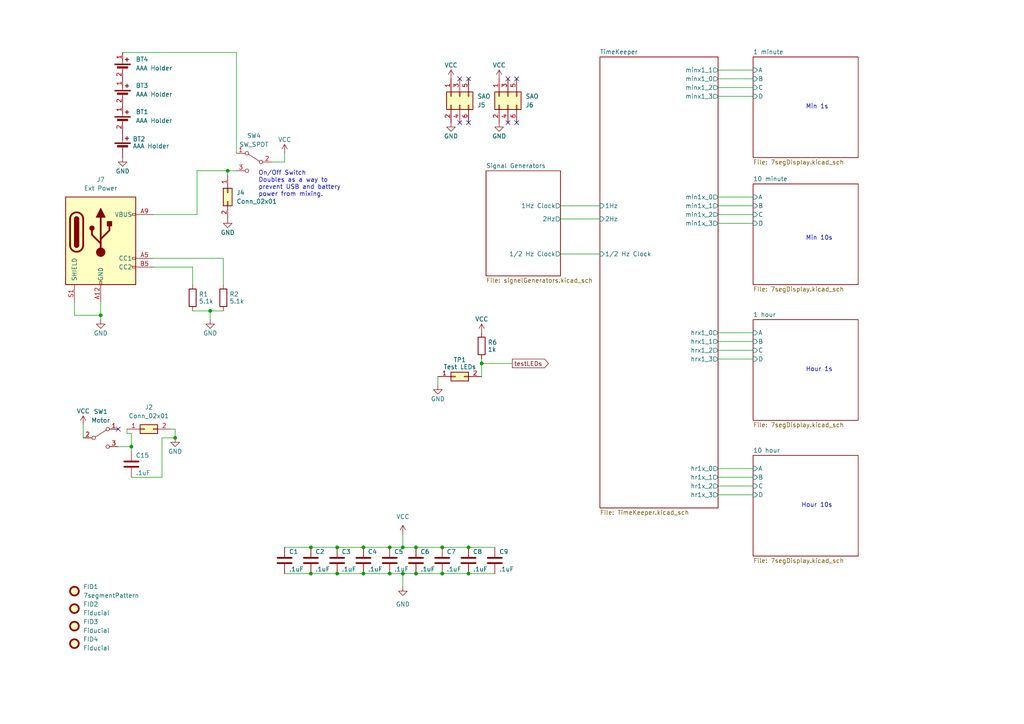
<source format=kicad_sch>
(kicad_sch (version 20230121) (generator eeschema)

  (uuid 99c9e392-5ed6-47fa-a30f-641a956381fd)

  (paper "A4")

  (lib_symbols
    (symbol "Battery_Cell_1" (pin_names (offset 0) hide) (in_bom yes) (on_board yes)
      (property "Reference" "BT" (at 2.54 2.54 0)
        (effects (font (size 1.27 1.27)) (justify left))
      )
      (property "Value" "Battery_Cell" (at 2.54 0 0)
        (effects (font (size 1.27 1.27)) (justify left))
      )
      (property "Footprint" "" (at 0 1.524 90)
        (effects (font (size 1.27 1.27)) hide)
      )
      (property "Datasheet" "~" (at 0 1.524 90)
        (effects (font (size 1.27 1.27)) hide)
      )
      (property "ki_keywords" "battery cell" (at 0 0 0)
        (effects (font (size 1.27 1.27)) hide)
      )
      (property "ki_description" "Single-cell battery" (at 0 0 0)
        (effects (font (size 1.27 1.27)) hide)
      )
      (symbol "Battery_Cell_1_0_1"
        (rectangle (start -2.286 1.778) (end 2.286 1.524)
          (stroke (width 0) (type default))
          (fill (type outline))
        )
        (rectangle (start -1.524 1.016) (end 1.524 0.508)
          (stroke (width 0) (type default))
          (fill (type outline))
        )
        (polyline
          (pts
            (xy 0 0.762)
            (xy 0 0)
          )
          (stroke (width 0) (type default))
          (fill (type none))
        )
        (polyline
          (pts
            (xy 0 1.778)
            (xy 0 2.54)
          )
          (stroke (width 0) (type default))
          (fill (type none))
        )
        (polyline
          (pts
            (xy 0.762 3.048)
            (xy 1.778 3.048)
          )
          (stroke (width 0.254) (type default))
          (fill (type none))
        )
        (polyline
          (pts
            (xy 1.27 3.556)
            (xy 1.27 2.54)
          )
          (stroke (width 0.254) (type default))
          (fill (type none))
        )
      )
      (symbol "Battery_Cell_1_1_1"
        (pin passive line (at 0 5.08 270) (length 2.54)
          (name "+" (effects (font (size 1.27 1.27))))
          (number "1" (effects (font (size 1.27 1.27))))
        )
        (pin passive line (at 0 -2.54 90) (length 2.54)
          (name "-" (effects (font (size 1.27 1.27))))
          (number "2" (effects (font (size 1.27 1.27))))
        )
      )
    )
    (symbol "Connector:USB_C_Receptacle_PowerOnly_6P" (pin_names (offset 1.016)) (in_bom yes) (on_board yes)
      (property "Reference" "J" (at 0 16.51 0)
        (effects (font (size 1.27 1.27)) (justify bottom))
      )
      (property "Value" "USB_C_Receptacle_PowerOnly_6P" (at 0 13.97 0)
        (effects (font (size 1.27 1.27)) (justify bottom))
      )
      (property "Footprint" "" (at 3.81 2.54 0)
        (effects (font (size 1.27 1.27)) hide)
      )
      (property "Datasheet" "https://www.usb.org/sites/default/files/documents/usb_type-c.zip" (at 0 0 0)
        (effects (font (size 1.27 1.27)) hide)
      )
      (property "ki_keywords" "usb universal serial bus type-C power-only charging-only 6P 6C" (at 0 0 0)
        (effects (font (size 1.27 1.27)) hide)
      )
      (property "ki_description" "USB Power-Only 6P Type-C Receptacle connector" (at 0 0 0)
        (effects (font (size 1.27 1.27)) hide)
      )
      (property "ki_fp_filters" "USB*C*Receptacle*" (at 0 0 0)
        (effects (font (size 1.27 1.27)) hide)
      )
      (symbol "USB_C_Receptacle_PowerOnly_6P_0_0"
        (rectangle (start -0.254 -12.7) (end 0.254 -11.684)
          (stroke (width 0) (type default))
          (fill (type none))
        )
        (rectangle (start 10.16 -7.366) (end 9.144 -7.874)
          (stroke (width 0) (type default))
          (fill (type none))
        )
        (rectangle (start 10.16 -4.826) (end 9.144 -5.334)
          (stroke (width 0) (type default))
          (fill (type none))
        )
        (rectangle (start 10.16 7.874) (end 9.144 7.366)
          (stroke (width 0) (type default))
          (fill (type none))
        )
      )
      (symbol "USB_C_Receptacle_PowerOnly_6P_0_1"
        (rectangle (start -10.16 12.7) (end 10.16 -12.7)
          (stroke (width 0.254) (type default))
          (fill (type background))
        )
        (arc (start -8.89 -1.27) (mid -6.985 -3.1667) (end -5.08 -1.27)
          (stroke (width 0.508) (type default))
          (fill (type none))
        )
        (arc (start -7.62 -1.27) (mid -6.985 -1.9023) (end -6.35 -1.27)
          (stroke (width 0.254) (type default))
          (fill (type none))
        )
        (arc (start -7.62 -1.27) (mid -6.985 -1.9023) (end -6.35 -1.27)
          (stroke (width 0.254) (type default))
          (fill (type outline))
        )
        (rectangle (start -7.62 -1.27) (end -6.35 6.35)
          (stroke (width 0.254) (type default))
          (fill (type outline))
        )
        (arc (start -6.35 6.35) (mid -6.985 6.9823) (end -7.62 6.35)
          (stroke (width 0.254) (type default))
          (fill (type none))
        )
        (arc (start -6.35 6.35) (mid -6.985 6.9823) (end -7.62 6.35)
          (stroke (width 0.254) (type default))
          (fill (type outline))
        )
        (arc (start -5.08 6.35) (mid -6.985 8.2467) (end -8.89 6.35)
          (stroke (width 0.508) (type default))
          (fill (type none))
        )
        (circle (center -2.54 3.683) (radius 0.635)
          (stroke (width 0.254) (type default))
          (fill (type outline))
        )
        (circle (center 0 -3.302) (radius 1.27)
          (stroke (width 0) (type default))
          (fill (type outline))
        )
        (polyline
          (pts
            (xy -8.89 -1.27)
            (xy -8.89 6.35)
          )
          (stroke (width 0.508) (type default))
          (fill (type none))
        )
        (polyline
          (pts
            (xy -5.08 6.35)
            (xy -5.08 -1.27)
          )
          (stroke (width 0.508) (type default))
          (fill (type none))
        )
        (polyline
          (pts
            (xy 0 -3.302)
            (xy 0 6.858)
          )
          (stroke (width 0.508) (type default))
          (fill (type none))
        )
        (polyline
          (pts
            (xy 0 -0.762)
            (xy -2.54 1.778)
            (xy -2.54 3.048)
          )
          (stroke (width 0.508) (type default))
          (fill (type none))
        )
        (polyline
          (pts
            (xy 0 0.508)
            (xy 2.54 3.048)
            (xy 2.54 4.318)
          )
          (stroke (width 0.508) (type default))
          (fill (type none))
        )
        (polyline
          (pts
            (xy -1.27 6.858)
            (xy 0 9.398)
            (xy 1.27 6.858)
            (xy -1.27 6.858)
          )
          (stroke (width 0.254) (type default))
          (fill (type outline))
        )
        (rectangle (start 1.905 4.318) (end 3.175 5.588)
          (stroke (width 0.254) (type default))
          (fill (type outline))
        )
      )
      (symbol "USB_C_Receptacle_PowerOnly_6P_1_1"
        (pin passive line (at 0 -17.78 90) (length 5.08)
          (name "GND" (effects (font (size 1.27 1.27))))
          (number "A12" (effects (font (size 1.27 1.27))))
        )
        (pin bidirectional line (at 15.24 -5.08 180) (length 5.08)
          (name "CC1" (effects (font (size 1.27 1.27))))
          (number "A5" (effects (font (size 1.27 1.27))))
        )
        (pin passive line (at 15.24 7.62 180) (length 5.08)
          (name "VBUS" (effects (font (size 1.27 1.27))))
          (number "A9" (effects (font (size 1.27 1.27))))
        )
        (pin passive line (at 0 -17.78 90) (length 5.08) hide
          (name "GND" (effects (font (size 1.27 1.27))))
          (number "B12" (effects (font (size 1.27 1.27))))
        )
        (pin bidirectional line (at 15.24 -7.62 180) (length 5.08)
          (name "CC2" (effects (font (size 1.27 1.27))))
          (number "B5" (effects (font (size 1.27 1.27))))
        )
        (pin passive line (at 15.24 7.62 180) (length 5.08) hide
          (name "VBUS" (effects (font (size 1.27 1.27))))
          (number "B9" (effects (font (size 1.27 1.27))))
        )
        (pin passive line (at -7.62 -17.78 90) (length 5.08)
          (name "SHIELD" (effects (font (size 1.27 1.27))))
          (number "S1" (effects (font (size 1.27 1.27))))
        )
      )
    )
    (symbol "Connector_Generic:Conn_02x01" (pin_names (offset 1.016) hide) (in_bom yes) (on_board yes)
      (property "Reference" "J" (at 1.27 2.54 0)
        (effects (font (size 1.27 1.27)))
      )
      (property "Value" "Conn_02x01" (at 1.27 -2.54 0)
        (effects (font (size 1.27 1.27)))
      )
      (property "Footprint" "" (at 0 0 0)
        (effects (font (size 1.27 1.27)) hide)
      )
      (property "Datasheet" "~" (at 0 0 0)
        (effects (font (size 1.27 1.27)) hide)
      )
      (property "ki_keywords" "connector" (at 0 0 0)
        (effects (font (size 1.27 1.27)) hide)
      )
      (property "ki_description" "Generic connector, double row, 02x01, this symbol is compatible with counter-clockwise, top-bottom and odd-even numbering schemes., script generated (kicad-library-utils/schlib/autogen/connector/)" (at 0 0 0)
        (effects (font (size 1.27 1.27)) hide)
      )
      (property "ki_fp_filters" "Connector*:*_2x??_*" (at 0 0 0)
        (effects (font (size 1.27 1.27)) hide)
      )
      (symbol "Conn_02x01_1_1"
        (rectangle (start -1.27 0.127) (end 0 -0.127)
          (stroke (width 0.1524) (type default))
          (fill (type none))
        )
        (rectangle (start -1.27 1.27) (end 3.81 -1.27)
          (stroke (width 0.254) (type default))
          (fill (type background))
        )
        (rectangle (start 3.81 0.127) (end 2.54 -0.127)
          (stroke (width 0.1524) (type default))
          (fill (type none))
        )
        (pin passive line (at -5.08 0 0) (length 3.81)
          (name "Pin_1" (effects (font (size 1.27 1.27))))
          (number "1" (effects (font (size 1.27 1.27))))
        )
        (pin passive line (at 7.62 0 180) (length 3.81)
          (name "Pin_2" (effects (font (size 1.27 1.27))))
          (number "2" (effects (font (size 1.27 1.27))))
        )
      )
    )
    (symbol "Connector_Generic:Conn_02x03_Odd_Even" (pin_names (offset 1.016) hide) (in_bom yes) (on_board yes)
      (property "Reference" "J" (at 1.27 5.08 0)
        (effects (font (size 1.27 1.27)))
      )
      (property "Value" "Conn_02x03_Odd_Even" (at 1.27 -5.08 0)
        (effects (font (size 1.27 1.27)))
      )
      (property "Footprint" "" (at 0 0 0)
        (effects (font (size 1.27 1.27)) hide)
      )
      (property "Datasheet" "~" (at 0 0 0)
        (effects (font (size 1.27 1.27)) hide)
      )
      (property "ki_keywords" "connector" (at 0 0 0)
        (effects (font (size 1.27 1.27)) hide)
      )
      (property "ki_description" "Generic connector, double row, 02x03, odd/even pin numbering scheme (row 1 odd numbers, row 2 even numbers), script generated (kicad-library-utils/schlib/autogen/connector/)" (at 0 0 0)
        (effects (font (size 1.27 1.27)) hide)
      )
      (property "ki_fp_filters" "Connector*:*_2x??_*" (at 0 0 0)
        (effects (font (size 1.27 1.27)) hide)
      )
      (symbol "Conn_02x03_Odd_Even_1_1"
        (rectangle (start -1.27 -2.413) (end 0 -2.667)
          (stroke (width 0.1524) (type default))
          (fill (type none))
        )
        (rectangle (start -1.27 0.127) (end 0 -0.127)
          (stroke (width 0.1524) (type default))
          (fill (type none))
        )
        (rectangle (start -1.27 2.667) (end 0 2.413)
          (stroke (width 0.1524) (type default))
          (fill (type none))
        )
        (rectangle (start -1.27 3.81) (end 3.81 -3.81)
          (stroke (width 0.254) (type default))
          (fill (type background))
        )
        (rectangle (start 3.81 -2.413) (end 2.54 -2.667)
          (stroke (width 0.1524) (type default))
          (fill (type none))
        )
        (rectangle (start 3.81 0.127) (end 2.54 -0.127)
          (stroke (width 0.1524) (type default))
          (fill (type none))
        )
        (rectangle (start 3.81 2.667) (end 2.54 2.413)
          (stroke (width 0.1524) (type default))
          (fill (type none))
        )
        (pin passive line (at -5.08 2.54 0) (length 3.81)
          (name "Pin_1" (effects (font (size 1.27 1.27))))
          (number "1" (effects (font (size 1.27 1.27))))
        )
        (pin passive line (at 7.62 2.54 180) (length 3.81)
          (name "Pin_2" (effects (font (size 1.27 1.27))))
          (number "2" (effects (font (size 1.27 1.27))))
        )
        (pin passive line (at -5.08 0 0) (length 3.81)
          (name "Pin_3" (effects (font (size 1.27 1.27))))
          (number "3" (effects (font (size 1.27 1.27))))
        )
        (pin passive line (at 7.62 0 180) (length 3.81)
          (name "Pin_4" (effects (font (size 1.27 1.27))))
          (number "4" (effects (font (size 1.27 1.27))))
        )
        (pin passive line (at -5.08 -2.54 0) (length 3.81)
          (name "Pin_5" (effects (font (size 1.27 1.27))))
          (number "5" (effects (font (size 1.27 1.27))))
        )
        (pin passive line (at 7.62 -2.54 180) (length 3.81)
          (name "Pin_6" (effects (font (size 1.27 1.27))))
          (number "6" (effects (font (size 1.27 1.27))))
        )
      )
    )
    (symbol "Device:Battery_Cell" (pin_numbers hide) (pin_names (offset 0) hide) (in_bom yes) (on_board yes)
      (property "Reference" "BT" (at 2.54 2.54 0)
        (effects (font (size 1.27 1.27)) (justify left))
      )
      (property "Value" "Battery_Cell" (at 2.54 0 0)
        (effects (font (size 1.27 1.27)) (justify left))
      )
      (property "Footprint" "" (at 0 1.524 90)
        (effects (font (size 1.27 1.27)) hide)
      )
      (property "Datasheet" "~" (at 0 1.524 90)
        (effects (font (size 1.27 1.27)) hide)
      )
      (property "ki_keywords" "battery cell" (at 0 0 0)
        (effects (font (size 1.27 1.27)) hide)
      )
      (property "ki_description" "Single-cell battery" (at 0 0 0)
        (effects (font (size 1.27 1.27)) hide)
      )
      (symbol "Battery_Cell_0_1"
        (rectangle (start -2.286 1.778) (end 2.286 1.524)
          (stroke (width 0) (type default))
          (fill (type outline))
        )
        (rectangle (start -1.524 1.016) (end 1.524 0.508)
          (stroke (width 0) (type default))
          (fill (type outline))
        )
        (polyline
          (pts
            (xy 0 0.762)
            (xy 0 0)
          )
          (stroke (width 0) (type default))
          (fill (type none))
        )
        (polyline
          (pts
            (xy 0 1.778)
            (xy 0 2.54)
          )
          (stroke (width 0) (type default))
          (fill (type none))
        )
        (polyline
          (pts
            (xy 0.762 3.048)
            (xy 1.778 3.048)
          )
          (stroke (width 0.254) (type default))
          (fill (type none))
        )
        (polyline
          (pts
            (xy 1.27 3.556)
            (xy 1.27 2.54)
          )
          (stroke (width 0.254) (type default))
          (fill (type none))
        )
      )
      (symbol "Battery_Cell_1_1"
        (pin passive line (at 0 5.08 270) (length 2.54)
          (name "+" (effects (font (size 1.27 1.27))))
          (number "1" (effects (font (size 1.27 1.27))))
        )
        (pin passive line (at 0 -2.54 90) (length 2.54)
          (name "-" (effects (font (size 1.27 1.27))))
          (number "2" (effects (font (size 1.27 1.27))))
        )
      )
    )
    (symbol "Device:C" (pin_numbers hide) (pin_names (offset 0.254)) (in_bom yes) (on_board yes)
      (property "Reference" "C" (at 0.635 2.54 0)
        (effects (font (size 1.27 1.27)) (justify left))
      )
      (property "Value" "C" (at 0.635 -2.54 0)
        (effects (font (size 1.27 1.27)) (justify left))
      )
      (property "Footprint" "" (at 0.9652 -3.81 0)
        (effects (font (size 1.27 1.27)) hide)
      )
      (property "Datasheet" "~" (at 0 0 0)
        (effects (font (size 1.27 1.27)) hide)
      )
      (property "ki_keywords" "cap capacitor" (at 0 0 0)
        (effects (font (size 1.27 1.27)) hide)
      )
      (property "ki_description" "Unpolarized capacitor" (at 0 0 0)
        (effects (font (size 1.27 1.27)) hide)
      )
      (property "ki_fp_filters" "C_*" (at 0 0 0)
        (effects (font (size 1.27 1.27)) hide)
      )
      (symbol "C_0_1"
        (polyline
          (pts
            (xy -2.032 -0.762)
            (xy 2.032 -0.762)
          )
          (stroke (width 0.508) (type default))
          (fill (type none))
        )
        (polyline
          (pts
            (xy -2.032 0.762)
            (xy 2.032 0.762)
          )
          (stroke (width 0.508) (type default))
          (fill (type none))
        )
      )
      (symbol "C_1_1"
        (pin passive line (at 0 3.81 270) (length 2.794)
          (name "~" (effects (font (size 1.27 1.27))))
          (number "1" (effects (font (size 1.27 1.27))))
        )
        (pin passive line (at 0 -3.81 90) (length 2.794)
          (name "~" (effects (font (size 1.27 1.27))))
          (number "2" (effects (font (size 1.27 1.27))))
        )
      )
    )
    (symbol "Device:R" (pin_numbers hide) (pin_names (offset 0)) (in_bom yes) (on_board yes)
      (property "Reference" "R" (at 2.032 0 90)
        (effects (font (size 1.27 1.27)))
      )
      (property "Value" "R" (at 0 0 90)
        (effects (font (size 1.27 1.27)))
      )
      (property "Footprint" "" (at -1.778 0 90)
        (effects (font (size 1.27 1.27)) hide)
      )
      (property "Datasheet" "~" (at 0 0 0)
        (effects (font (size 1.27 1.27)) hide)
      )
      (property "ki_keywords" "R res resistor" (at 0 0 0)
        (effects (font (size 1.27 1.27)) hide)
      )
      (property "ki_description" "Resistor" (at 0 0 0)
        (effects (font (size 1.27 1.27)) hide)
      )
      (property "ki_fp_filters" "R_*" (at 0 0 0)
        (effects (font (size 1.27 1.27)) hide)
      )
      (symbol "R_0_1"
        (rectangle (start -1.016 -2.54) (end 1.016 2.54)
          (stroke (width 0.254) (type default))
          (fill (type none))
        )
      )
      (symbol "R_1_1"
        (pin passive line (at 0 3.81 270) (length 1.27)
          (name "~" (effects (font (size 1.27 1.27))))
          (number "1" (effects (font (size 1.27 1.27))))
        )
        (pin passive line (at 0 -3.81 90) (length 1.27)
          (name "~" (effects (font (size 1.27 1.27))))
          (number "2" (effects (font (size 1.27 1.27))))
        )
      )
    )
    (symbol "Mechanical:Fiducial" (in_bom yes) (on_board yes)
      (property "Reference" "FID" (at 0 5.08 0)
        (effects (font (size 1.27 1.27)))
      )
      (property "Value" "Fiducial" (at 0 3.175 0)
        (effects (font (size 1.27 1.27)))
      )
      (property "Footprint" "" (at 0 0 0)
        (effects (font (size 1.27 1.27)) hide)
      )
      (property "Datasheet" "~" (at 0 0 0)
        (effects (font (size 1.27 1.27)) hide)
      )
      (property "ki_keywords" "fiducial marker" (at 0 0 0)
        (effects (font (size 1.27 1.27)) hide)
      )
      (property "ki_description" "Fiducial Marker" (at 0 0 0)
        (effects (font (size 1.27 1.27)) hide)
      )
      (property "ki_fp_filters" "Fiducial*" (at 0 0 0)
        (effects (font (size 1.27 1.27)) hide)
      )
      (symbol "Fiducial_0_1"
        (circle (center 0 0) (radius 1.27)
          (stroke (width 0.508) (type default))
          (fill (type background))
        )
      )
    )
    (symbol "Switch:SW_SPDT" (pin_names (offset 0) hide) (in_bom yes) (on_board yes)
      (property "Reference" "SW" (at 0 4.318 0)
        (effects (font (size 1.27 1.27)))
      )
      (property "Value" "SW_SPDT" (at 0 -5.08 0)
        (effects (font (size 1.27 1.27)))
      )
      (property "Footprint" "" (at 0 0 0)
        (effects (font (size 1.27 1.27)) hide)
      )
      (property "Datasheet" "~" (at 0 0 0)
        (effects (font (size 1.27 1.27)) hide)
      )
      (property "ki_keywords" "switch single-pole double-throw spdt ON-ON" (at 0 0 0)
        (effects (font (size 1.27 1.27)) hide)
      )
      (property "ki_description" "Switch, single pole double throw" (at 0 0 0)
        (effects (font (size 1.27 1.27)) hide)
      )
      (symbol "SW_SPDT_0_0"
        (circle (center -2.032 0) (radius 0.508)
          (stroke (width 0) (type default))
          (fill (type none))
        )
        (circle (center 2.032 -2.54) (radius 0.508)
          (stroke (width 0) (type default))
          (fill (type none))
        )
      )
      (symbol "SW_SPDT_0_1"
        (polyline
          (pts
            (xy -1.524 0.254)
            (xy 1.651 2.286)
          )
          (stroke (width 0) (type default))
          (fill (type none))
        )
        (circle (center 2.032 2.54) (radius 0.508)
          (stroke (width 0) (type default))
          (fill (type none))
        )
      )
      (symbol "SW_SPDT_1_1"
        (pin passive line (at 5.08 2.54 180) (length 2.54)
          (name "A" (effects (font (size 1.27 1.27))))
          (number "1" (effects (font (size 1.27 1.27))))
        )
        (pin passive line (at -5.08 0 0) (length 2.54)
          (name "B" (effects (font (size 1.27 1.27))))
          (number "2" (effects (font (size 1.27 1.27))))
        )
        (pin passive line (at 5.08 -2.54 180) (length 2.54)
          (name "C" (effects (font (size 1.27 1.27))))
          (number "3" (effects (font (size 1.27 1.27))))
        )
      )
    )
    (symbol "power:GND" (power) (pin_names (offset 0)) (in_bom yes) (on_board yes)
      (property "Reference" "#PWR" (at 0 -6.35 0)
        (effects (font (size 1.27 1.27)) hide)
      )
      (property "Value" "GND" (at 0 -3.81 0)
        (effects (font (size 1.27 1.27)))
      )
      (property "Footprint" "" (at 0 0 0)
        (effects (font (size 1.27 1.27)) hide)
      )
      (property "Datasheet" "" (at 0 0 0)
        (effects (font (size 1.27 1.27)) hide)
      )
      (property "ki_keywords" "global power" (at 0 0 0)
        (effects (font (size 1.27 1.27)) hide)
      )
      (property "ki_description" "Power symbol creates a global label with name \"GND\" , ground" (at 0 0 0)
        (effects (font (size 1.27 1.27)) hide)
      )
      (symbol "GND_0_1"
        (polyline
          (pts
            (xy 0 0)
            (xy 0 -1.27)
            (xy 1.27 -1.27)
            (xy 0 -2.54)
            (xy -1.27 -1.27)
            (xy 0 -1.27)
          )
          (stroke (width 0) (type default))
          (fill (type none))
        )
      )
      (symbol "GND_1_1"
        (pin power_in line (at 0 0 270) (length 0) hide
          (name "GND" (effects (font (size 1.27 1.27))))
          (number "1" (effects (font (size 1.27 1.27))))
        )
      )
    )
    (symbol "power:VCC" (power) (pin_names (offset 0)) (in_bom yes) (on_board yes)
      (property "Reference" "#PWR" (at 0 -3.81 0)
        (effects (font (size 1.27 1.27)) hide)
      )
      (property "Value" "VCC" (at 0 3.81 0)
        (effects (font (size 1.27 1.27)))
      )
      (property "Footprint" "" (at 0 0 0)
        (effects (font (size 1.27 1.27)) hide)
      )
      (property "Datasheet" "" (at 0 0 0)
        (effects (font (size 1.27 1.27)) hide)
      )
      (property "ki_keywords" "global power" (at 0 0 0)
        (effects (font (size 1.27 1.27)) hide)
      )
      (property "ki_description" "Power symbol creates a global label with name \"VCC\"" (at 0 0 0)
        (effects (font (size 1.27 1.27)) hide)
      )
      (symbol "VCC_0_1"
        (polyline
          (pts
            (xy -0.762 1.27)
            (xy 0 2.54)
          )
          (stroke (width 0) (type default))
          (fill (type none))
        )
        (polyline
          (pts
            (xy 0 0)
            (xy 0 2.54)
          )
          (stroke (width 0) (type default))
          (fill (type none))
        )
        (polyline
          (pts
            (xy 0 2.54)
            (xy 0.762 1.27)
          )
          (stroke (width 0) (type default))
          (fill (type none))
        )
      )
      (symbol "VCC_1_1"
        (pin power_in line (at 0 0 90) (length 0) hide
          (name "VCC" (effects (font (size 1.27 1.27))))
          (number "1" (effects (font (size 1.27 1.27))))
        )
      )
    )
  )

  (junction (at 116.84 158.75) (diameter 0) (color 0 0 0 0)
    (uuid 086f3715-5f51-41cd-800d-ea6e4d30cc72)
  )
  (junction (at 66.04 49.53) (diameter 0) (color 0 0 0 0)
    (uuid 1be86561-30b8-41a4-9d83-a57198c192a5)
  )
  (junction (at 139.7 105.41) (diameter 0) (color 0 0 0 0)
    (uuid 22f27089-427c-4f76-a923-35ba3673d015)
  )
  (junction (at 116.84 166.37) (diameter 0) (color 0 0 0 0)
    (uuid 2316c9fa-e176-4825-8912-fca768e147f4)
  )
  (junction (at 97.79 158.75) (diameter 0) (color 0 0 0 0)
    (uuid 23ab92f7-2aa8-409e-a81c-56bf98040123)
  )
  (junction (at 38.1 129.54) (diameter 0) (color 0 0 0 0)
    (uuid 500550f3-0eaa-4e56-a821-77b888a09b5d)
  )
  (junction (at 105.41 166.37) (diameter 0) (color 0 0 0 0)
    (uuid 5034db16-649b-47c7-a0e5-57c1fca79ad3)
  )
  (junction (at 135.89 158.75) (diameter 0) (color 0 0 0 0)
    (uuid 527a28e9-7a90-4410-9c20-d43f2511f412)
  )
  (junction (at 105.41 158.75) (diameter 0) (color 0 0 0 0)
    (uuid 5be6247a-a4f9-4d15-89e6-c01eaff8c76b)
  )
  (junction (at 128.27 166.37) (diameter 0) (color 0 0 0 0)
    (uuid 5c29c444-c045-4c80-943e-97b65a4a2c2e)
  )
  (junction (at 90.17 166.37) (diameter 0) (color 0 0 0 0)
    (uuid 5f0643c1-56d1-4c97-89c1-0f03ccb19602)
  )
  (junction (at 135.89 166.37) (diameter 0) (color 0 0 0 0)
    (uuid 677b3e7e-16d3-4bee-b60b-fac9dcf1fb98)
  )
  (junction (at 113.03 166.37) (diameter 0) (color 0 0 0 0)
    (uuid 7807c415-e2f6-47f0-87e9-7c4d167296a1)
  )
  (junction (at 60.96 90.17) (diameter 0) (color 0 0 0 0)
    (uuid 8e617510-0505-41c3-a4be-c6fab9f38f2a)
  )
  (junction (at 97.79 166.37) (diameter 0) (color 0 0 0 0)
    (uuid 8f72c797-5c1c-4c94-ab62-cf2767ca316c)
  )
  (junction (at 113.03 158.75) (diameter 0) (color 0 0 0 0)
    (uuid ab7ad56a-c81f-46a4-af3c-61a88c1feb21)
  )
  (junction (at 50.8 127) (diameter 0) (color 0 0 0 0)
    (uuid b7b01d6b-6d1b-45b7-bd4e-89087c3518c9)
  )
  (junction (at 120.65 166.37) (diameter 0) (color 0 0 0 0)
    (uuid b83c4416-e5e7-4fa4-926c-1a6c11b339c9)
  )
  (junction (at 120.65 158.75) (diameter 0) (color 0 0 0 0)
    (uuid be07a664-bb8f-4eb8-9477-0631dd32a685)
  )
  (junction (at 29.21 91.44) (diameter 0) (color 0 0 0 0)
    (uuid c1a8951a-686e-4c7c-b077-a4de8685aa30)
  )
  (junction (at 128.27 158.75) (diameter 0) (color 0 0 0 0)
    (uuid d4b3cfa8-c21d-4978-bf66-e0422b6302d9)
  )
  (junction (at 90.17 158.75) (diameter 0) (color 0 0 0 0)
    (uuid e02931de-053b-42c4-9747-a6b4308b9be8)
  )

  (no_connect (at 133.35 22.86) (uuid 03d3f83c-ce3b-41e6-8228-6c74fe02c349))
  (no_connect (at 135.89 35.56) (uuid 1146783e-f074-4bf5-bfcb-7843a5ab329d))
  (no_connect (at 147.32 35.56) (uuid 13b9f80e-4d4a-4047-a2a3-ae2023b9baf5))
  (no_connect (at 135.89 22.86) (uuid 574678a8-ca59-4143-ab4a-7f6f37cc8813))
  (no_connect (at 149.86 22.86) (uuid 5c81aedf-1b58-408b-8498-d11ff73cd5c5))
  (no_connect (at 147.32 22.86) (uuid 87cd21c8-8469-4c4f-9a56-e74a44876412))
  (no_connect (at 34.29 124.46) (uuid 97484879-3e25-44bb-934a-4e94af8824f0))
  (no_connect (at 133.35 35.56) (uuid aef0bab4-3a92-4867-8321-00f538ae53dc))
  (no_connect (at 149.86 35.56) (uuid ce48ad11-c7b9-4c3a-beb0-1fe01e66bdc5))

  (wire (pts (xy 208.28 135.89) (xy 218.44 135.89))
    (stroke (width 0) (type default))
    (uuid 0938cc42-36ae-4c6e-be89-3af52fc4bcb4)
  )
  (wire (pts (xy 116.84 154.94) (xy 116.84 158.75))
    (stroke (width 0) (type default))
    (uuid 0aae9053-a832-466a-b8a7-518c68fbfbfd)
  )
  (wire (pts (xy 116.84 166.37) (xy 116.84 170.18))
    (stroke (width 0) (type default))
    (uuid 0b6b432d-5062-440f-ad28-57773c44cf12)
  )
  (wire (pts (xy 57.15 49.53) (xy 66.04 49.53))
    (stroke (width 0) (type default))
    (uuid 0dac892f-57d7-4a9d-935a-1f1fea61004f)
  )
  (wire (pts (xy 162.56 59.69) (xy 173.99 59.69))
    (stroke (width 0) (type default))
    (uuid 0e7a5656-4b2e-431d-8583-75e3fcd205fa)
  )
  (wire (pts (xy 208.28 59.69) (xy 218.44 59.69))
    (stroke (width 0) (type default))
    (uuid 0e9b9466-fdc1-4121-8531-65d8ab1e1e60)
  )
  (wire (pts (xy 208.28 104.14) (xy 218.44 104.14))
    (stroke (width 0) (type default))
    (uuid 10b44e6f-b15d-4e58-b251-96a00f71903d)
  )
  (wire (pts (xy 44.45 62.23) (xy 57.15 62.23))
    (stroke (width 0) (type default))
    (uuid 146af40c-4c11-47da-80a3-be6e616d692d)
  )
  (wire (pts (xy 208.28 101.6) (xy 218.44 101.6))
    (stroke (width 0) (type default))
    (uuid 14e860cf-352f-4e10-a105-d7b67bf7f3e2)
  )
  (wire (pts (xy 50.8 124.46) (xy 50.8 127))
    (stroke (width 0) (type default))
    (uuid 15f9c456-2c06-47ab-9bd1-eb2b7df84a57)
  )
  (wire (pts (xy 34.29 129.54) (xy 38.1 129.54))
    (stroke (width 0) (type default))
    (uuid 169c498e-bd14-40a0-b2aa-a09f71b5ede3)
  )
  (wire (pts (xy 113.03 158.75) (xy 116.84 158.75))
    (stroke (width 0) (type default))
    (uuid 1714ea32-67fc-4614-a023-36629046925d)
  )
  (wire (pts (xy 135.89 166.37) (xy 143.51 166.37))
    (stroke (width 0) (type default))
    (uuid 172d0e15-5a9b-454e-be65-15085b7387e5)
  )
  (wire (pts (xy 38.1 125.73) (xy 36.83 125.73))
    (stroke (width 0) (type default))
    (uuid 1c53f6b6-ff83-45cb-ac52-4acb0e48f592)
  )
  (wire (pts (xy 49.53 124.46) (xy 50.8 124.46))
    (stroke (width 0) (type default))
    (uuid 1dac23a4-cd35-4171-bf3d-549f828e1fb8)
  )
  (wire (pts (xy 29.21 87.63) (xy 29.21 91.44))
    (stroke (width 0) (type default))
    (uuid 1f098487-6bb1-477c-8bc3-24594bc43427)
  )
  (wire (pts (xy 116.84 158.75) (xy 120.65 158.75))
    (stroke (width 0) (type default))
    (uuid 1f5d1d15-751a-4b9d-88ae-f22fca793473)
  )
  (wire (pts (xy 208.28 96.52) (xy 218.44 96.52))
    (stroke (width 0) (type default))
    (uuid 2307154d-e271-4052-a8e3-d07d01fd3cc4)
  )
  (wire (pts (xy 90.17 158.75) (xy 97.79 158.75))
    (stroke (width 0) (type default))
    (uuid 2668bcc7-9ee9-4fe1-a5c5-916e87b20d46)
  )
  (wire (pts (xy 113.03 166.37) (xy 116.84 166.37))
    (stroke (width 0) (type default))
    (uuid 2c41e06e-3f27-40bf-a777-2f0ef29f29e6)
  )
  (wire (pts (xy 44.45 74.93) (xy 64.77 74.93))
    (stroke (width 0) (type default))
    (uuid 32cde966-dc9c-4308-ad1f-c6eb84cb9f71)
  )
  (wire (pts (xy 128.27 166.37) (xy 135.89 166.37))
    (stroke (width 0) (type default))
    (uuid 3615ecff-b6b1-43ac-b9ac-058e85a856ef)
  )
  (wire (pts (xy 148.59 105.41) (xy 139.7 105.41))
    (stroke (width 0) (type default))
    (uuid 39eb4ce6-19b9-4337-a500-e3afa60aa92c)
  )
  (wire (pts (xy 38.1 130.81) (xy 38.1 129.54))
    (stroke (width 0) (type default))
    (uuid 3b085e37-e0d8-4cf6-8358-0f1f21126eb6)
  )
  (wire (pts (xy 60.96 90.17) (xy 60.96 92.71))
    (stroke (width 0) (type default))
    (uuid 3b73cb56-8b09-4124-be6d-d5b141fb4a52)
  )
  (wire (pts (xy 55.88 77.47) (xy 55.88 82.55))
    (stroke (width 0) (type default))
    (uuid 3f8b0a44-ca86-41db-b42b-53e5214260cb)
  )
  (wire (pts (xy 38.1 129.54) (xy 38.1 125.73))
    (stroke (width 0) (type default))
    (uuid 4083a3d9-e1a9-470a-957a-40f40d2a6135)
  )
  (wire (pts (xy 21.59 87.63) (xy 21.59 91.44))
    (stroke (width 0) (type default))
    (uuid 53cddd8a-f3a4-434f-a886-14f6c1d15454)
  )
  (wire (pts (xy 46.99 138.43) (xy 46.99 127))
    (stroke (width 0) (type default))
    (uuid 56b99baf-affe-4dc1-86d9-1824a4e63871)
  )
  (wire (pts (xy 46.99 127) (xy 50.8 127))
    (stroke (width 0) (type default))
    (uuid 57e7965b-0e67-43fc-b2f8-a22e0cff405d)
  )
  (wire (pts (xy 21.59 91.44) (xy 29.21 91.44))
    (stroke (width 0) (type default))
    (uuid 5cba0ee2-fa3d-4a51-93b2-f2b69bf52c99)
  )
  (wire (pts (xy 66.04 49.53) (xy 68.58 49.53))
    (stroke (width 0) (type default))
    (uuid 607e6735-8ff8-4388-8297-abca96e7c36e)
  )
  (wire (pts (xy 127 109.22) (xy 127 111.76))
    (stroke (width 0) (type default))
    (uuid 63bf47d7-c9d3-4cc0-90cf-ad34a08c3ef1)
  )
  (wire (pts (xy 82.55 46.99) (xy 82.55 44.45))
    (stroke (width 0) (type default))
    (uuid 63f6920e-a27e-46d1-9e25-033258d2c963)
  )
  (wire (pts (xy 128.27 158.75) (xy 135.89 158.75))
    (stroke (width 0) (type default))
    (uuid 69481646-dc7a-416a-b064-78e643272ffa)
  )
  (wire (pts (xy 82.55 166.37) (xy 90.17 166.37))
    (stroke (width 0) (type default))
    (uuid 699a4d6f-ca4e-4afa-8ebc-f7645eccc9bf)
  )
  (wire (pts (xy 208.28 22.86) (xy 218.44 22.86))
    (stroke (width 0) (type default))
    (uuid 6c3cddd6-91e6-4dd5-a87e-78a1486ba403)
  )
  (wire (pts (xy 57.15 62.23) (xy 57.15 49.53))
    (stroke (width 0) (type default))
    (uuid 7cbb61de-47f4-4cfb-9714-daf3c6620ba7)
  )
  (wire (pts (xy 208.28 57.15) (xy 218.44 57.15))
    (stroke (width 0) (type default))
    (uuid 7d94c182-dbc0-475a-b53f-a24b7fa1f356)
  )
  (wire (pts (xy 64.77 74.93) (xy 64.77 82.55))
    (stroke (width 0) (type default))
    (uuid 7f42bba9-9934-49c2-964d-b2fb2b6139e6)
  )
  (wire (pts (xy 208.28 20.32) (xy 218.44 20.32))
    (stroke (width 0) (type default))
    (uuid 899d98f2-32b0-48f5-8640-5846a8267bc6)
  )
  (wire (pts (xy 36.83 125.73) (xy 36.83 124.46))
    (stroke (width 0) (type default))
    (uuid 89a43f96-a9b8-4475-9b1b-afd4399d322d)
  )
  (wire (pts (xy 162.56 63.5) (xy 173.99 63.5))
    (stroke (width 0) (type default))
    (uuid 8df97a13-2245-46d5-9dcd-8fd57e3bd209)
  )
  (wire (pts (xy 44.45 77.47) (xy 55.88 77.47))
    (stroke (width 0) (type default))
    (uuid 8fe5f76a-9cf1-4296-95c1-cbca9bac64ac)
  )
  (wire (pts (xy 97.79 166.37) (xy 105.41 166.37))
    (stroke (width 0) (type default))
    (uuid 91fbafc1-0f26-4729-a401-02733f816d3a)
  )
  (wire (pts (xy 120.65 166.37) (xy 128.27 166.37))
    (stroke (width 0) (type default))
    (uuid 93ab0009-0ff5-4539-aea7-bea289d189a7)
  )
  (wire (pts (xy 208.28 27.94) (xy 218.44 27.94))
    (stroke (width 0) (type default))
    (uuid 94119841-ab68-48c4-9775-9f5139aa9a76)
  )
  (wire (pts (xy 97.79 158.75) (xy 105.41 158.75))
    (stroke (width 0) (type default))
    (uuid 98160f26-f13d-41f7-887a-c77c550e53d5)
  )
  (wire (pts (xy 208.28 143.51) (xy 218.44 143.51))
    (stroke (width 0) (type default))
    (uuid a3f00306-90ab-4ffe-97c3-39d081336984)
  )
  (wire (pts (xy 24.13 123.19) (xy 24.13 127))
    (stroke (width 0) (type default))
    (uuid a594ceff-487a-42ce-b650-37e3bb867ea9)
  )
  (wire (pts (xy 208.28 62.23) (xy 218.44 62.23))
    (stroke (width 0) (type default))
    (uuid b236a5ef-a260-47cf-ad7a-57fdc72f1673)
  )
  (wire (pts (xy 29.21 91.44) (xy 29.21 92.71))
    (stroke (width 0) (type default))
    (uuid c09c26d1-577a-4da9-9761-e55aeda16eea)
  )
  (wire (pts (xy 139.7 105.41) (xy 139.7 109.22))
    (stroke (width 0) (type default))
    (uuid c0e495af-8b6f-4a84-85b0-e0925502cac7)
  )
  (wire (pts (xy 208.28 138.43) (xy 218.44 138.43))
    (stroke (width 0) (type default))
    (uuid c11efb93-c857-4f53-8918-82e7cb1a92b8)
  )
  (wire (pts (xy 135.89 158.75) (xy 143.51 158.75))
    (stroke (width 0) (type default))
    (uuid c195c172-2914-420e-b03d-08243a807f64)
  )
  (wire (pts (xy 68.58 44.45) (xy 68.58 15.24))
    (stroke (width 0) (type default))
    (uuid c3c37601-91fd-46f7-82e8-08dc440dae45)
  )
  (wire (pts (xy 208.28 25.4) (xy 218.44 25.4))
    (stroke (width 0) (type default))
    (uuid c406ba77-8207-4b48-9c44-12bc99a962a7)
  )
  (wire (pts (xy 116.84 166.37) (xy 120.65 166.37))
    (stroke (width 0) (type default))
    (uuid c64fb245-7f34-4d34-a0da-8c4620f9d991)
  )
  (wire (pts (xy 105.41 166.37) (xy 113.03 166.37))
    (stroke (width 0) (type default))
    (uuid c86dc4b0-edb2-48c4-bfb5-ce5c8f8a184a)
  )
  (wire (pts (xy 68.58 15.24) (xy 35.56 15.24))
    (stroke (width 0) (type default))
    (uuid cdfeb766-11d2-4ba0-9ab5-e0817623ef35)
  )
  (wire (pts (xy 120.65 158.75) (xy 128.27 158.75))
    (stroke (width 0) (type default))
    (uuid d066fba1-a1bd-4d34-bf30-6f03c241760d)
  )
  (wire (pts (xy 66.04 50.8) (xy 66.04 49.53))
    (stroke (width 0) (type default))
    (uuid d6be4067-9325-4bc7-a3aa-f4b0b2d4ae29)
  )
  (wire (pts (xy 78.74 46.99) (xy 82.55 46.99))
    (stroke (width 0) (type default))
    (uuid d6fea28e-6bef-488e-aec0-bba3df106357)
  )
  (wire (pts (xy 139.7 105.41) (xy 139.7 104.14))
    (stroke (width 0) (type default))
    (uuid d855dc82-be16-4344-b95c-a9bb3ddde61c)
  )
  (wire (pts (xy 208.28 99.06) (xy 218.44 99.06))
    (stroke (width 0) (type default))
    (uuid d8e6e5a5-63cf-426a-a9ab-c284091da57c)
  )
  (wire (pts (xy 162.56 73.66) (xy 173.99 73.66))
    (stroke (width 0) (type default))
    (uuid daada4c1-12a4-4121-a539-deac30189ce7)
  )
  (wire (pts (xy 55.88 90.17) (xy 60.96 90.17))
    (stroke (width 0) (type default))
    (uuid e3a81b7a-3872-4439-b0cd-1c24926b85d3)
  )
  (wire (pts (xy 208.28 140.97) (xy 218.44 140.97))
    (stroke (width 0) (type default))
    (uuid ec42620b-3e37-4720-8d35-6da3196d435c)
  )
  (wire (pts (xy 38.1 138.43) (xy 46.99 138.43))
    (stroke (width 0) (type default))
    (uuid ed8ebd0c-6323-49ec-a8b2-77d7ab2cc161)
  )
  (wire (pts (xy 208.28 64.77) (xy 218.44 64.77))
    (stroke (width 0) (type default))
    (uuid f120cd95-81fb-453f-bdd2-fe6994d1d873)
  )
  (wire (pts (xy 82.55 158.75) (xy 90.17 158.75))
    (stroke (width 0) (type default))
    (uuid f29c3bfd-a131-4507-a355-0f67a65b8ad1)
  )
  (wire (pts (xy 60.96 90.17) (xy 64.77 90.17))
    (stroke (width 0) (type default))
    (uuid f3ce460f-cec5-4c88-b688-a5de06acc278)
  )
  (wire (pts (xy 90.17 166.37) (xy 97.79 166.37))
    (stroke (width 0) (type default))
    (uuid f43ac8b1-e6e8-4ce0-8ad2-e0c3fc3bf387)
  )
  (wire (pts (xy 105.41 158.75) (xy 113.03 158.75))
    (stroke (width 0) (type default))
    (uuid ff212959-b21d-4509-bad3-b563af905b69)
  )

  (text "Min 10s" (at 233.68 69.85 0)
    (effects (font (size 1.27 1.27)) (justify left bottom))
    (uuid 0c555d46-dfec-43a9-bac4-81ffa276a10b)
  )
  (text "Hour 1s" (at 233.68 107.95 0)
    (effects (font (size 1.27 1.27)) (justify left bottom))
    (uuid 1c2fdc17-9b45-463c-8be8-013526e2ffd0)
  )
  (text "Min 1s" (at 233.68 31.75 0)
    (effects (font (size 1.27 1.27)) (justify left bottom))
    (uuid 7910d32e-6b68-424d-b9c0-ab101835d75d)
  )
  (text "On/Off Switch\nDoubles as a way to\nprevent USB and battery\npower from mixing."
    (at 74.93 57.15 0)
    (effects (font (size 1.27 1.27)) (justify left bottom))
    (uuid aed6c6c0-dd17-4473-a7f2-2b8fc108e228)
  )
  (text "Hour 10s" (at 232.41 147.32 0)
    (effects (font (size 1.27 1.27)) (justify left bottom))
    (uuid c0da661b-eda0-4ecb-9b72-156cb58438e2)
  )

  (global_label "testLEDs" (shape output) (at 148.59 105.41 0) (fields_autoplaced)
    (effects (font (size 1.27 1.27)) (justify left))
    (uuid 13461bd5-01c3-47e2-9e08-e0be43a45dcf)
    (property "Intersheetrefs" "${INTERSHEET_REFS}" (at 159.5391 105.41 0)
      (effects (font (size 1.27 1.27)) (justify left) hide)
    )
  )

  (symbol (lib_id "power:GND") (at 66.04 63.5 0) (unit 1)
    (in_bom yes) (on_board yes) (dnp no) (fields_autoplaced)
    (uuid 02d63bbe-418e-4fbd-be6b-d7ba810e4565)
    (property "Reference" "#PWR01" (at 66.04 69.85 0)
      (effects (font (size 1.27 1.27)) hide)
    )
    (property "Value" "GND" (at 66.04 67.445 0)
      (effects (font (size 1.27 1.27)))
    )
    (property "Footprint" "" (at 66.04 63.5 0)
      (effects (font (size 1.27 1.27)) hide)
    )
    (property "Datasheet" "" (at 66.04 63.5 0)
      (effects (font (size 1.27 1.27)) hide)
    )
    (pin "1" (uuid 357a3599-e4d6-4dfc-a88f-cd05941dd46f))
    (instances
      (project "MassEffect"
        (path "/99c9e392-5ed6-47fa-a30f-641a956381fd"
          (reference "#PWR01") (unit 1)
        )
      )
    )
  )

  (symbol (lib_id "Device:C") (at 135.89 162.56 0) (unit 1)
    (in_bom yes) (on_board yes) (dnp no)
    (uuid 05233204-6063-4def-aafa-1bb1731c51b2)
    (property "Reference" "C8" (at 137.16 160.02 0)
      (effects (font (size 1.27 1.27)) (justify left))
    )
    (property "Value" ".1uF" (at 137.16 165.1 0)
      (effects (font (size 1.27 1.27)) (justify left))
    )
    (property "Footprint" "Capacitor_SMD:C_1206_3216Metric_Pad1.33x1.80mm_HandSolder" (at 136.8552 166.37 0)
      (effects (font (size 1.27 1.27)) hide)
    )
    (property "Datasheet" "~" (at 135.89 162.56 0)
      (effects (font (size 1.27 1.27)) hide)
    )
    (property "Part Number" "399-C1206C104K5RAC7210CT-ND" (at 135.89 162.56 0)
      (effects (font (size 1.27 1.27)) hide)
    )
    (pin "1" (uuid 2d89cfb3-61c5-4502-a965-2be16639e57a))
    (pin "2" (uuid 3886e544-a1c9-45dd-ae64-25a9013d4639))
    (instances
      (project "MassEffect"
        (path "/99c9e392-5ed6-47fa-a30f-641a956381fd"
          (reference "C8") (unit 1)
        )
      )
    )
  )

  (symbol (lib_id "power:GND") (at 144.78 35.56 0) (unit 1)
    (in_bom yes) (on_board yes) (dnp no) (fields_autoplaced)
    (uuid 10194080-c422-49bb-96e8-8443c85965c8)
    (property "Reference" "#PWR045" (at 144.78 41.91 0)
      (effects (font (size 1.27 1.27)) hide)
    )
    (property "Value" "GND" (at 144.78 39.505 0)
      (effects (font (size 1.27 1.27)))
    )
    (property "Footprint" "" (at 144.78 35.56 0)
      (effects (font (size 1.27 1.27)) hide)
    )
    (property "Datasheet" "" (at 144.78 35.56 0)
      (effects (font (size 1.27 1.27)) hide)
    )
    (pin "1" (uuid 11ee2796-9f7f-4983-a55f-d394b1e17849))
    (instances
      (project "MassEffect"
        (path "/99c9e392-5ed6-47fa-a30f-641a956381fd"
          (reference "#PWR045") (unit 1)
        )
      )
    )
  )

  (symbol (lib_id "power:VCC") (at 116.84 154.94 0) (unit 1)
    (in_bom yes) (on_board yes) (dnp no) (fields_autoplaced)
    (uuid 1057202c-e3fe-4f58-8b1f-6e864d417816)
    (property "Reference" "#PWR08" (at 116.84 158.75 0)
      (effects (font (size 1.27 1.27)) hide)
    )
    (property "Value" "VCC" (at 116.84 149.86 0)
      (effects (font (size 1.27 1.27)))
    )
    (property "Footprint" "" (at 116.84 154.94 0)
      (effects (font (size 1.27 1.27)) hide)
    )
    (property "Datasheet" "" (at 116.84 154.94 0)
      (effects (font (size 1.27 1.27)) hide)
    )
    (pin "1" (uuid b8eccd3d-34a7-45df-aaa2-e22f8215f68d))
    (instances
      (project "MassEffect"
        (path "/99c9e392-5ed6-47fa-a30f-641a956381fd"
          (reference "#PWR08") (unit 1)
        )
      )
    )
  )

  (symbol (lib_name "Battery_Cell_1") (lib_id "Device:Battery_Cell") (at 35.56 35.56 0) (unit 1)
    (in_bom yes) (on_board yes) (dnp no) (fields_autoplaced)
    (uuid 11386a3f-b7b9-4c66-9b4d-b8eb42f3d791)
    (property "Reference" "BT1" (at 39.37 32.4485 0)
      (effects (font (size 1.27 1.27)) (justify left))
    )
    (property "Value" "AAA Holder" (at 39.37 34.9885 0)
      (effects (font (size 1.27 1.27)) (justify left))
    )
    (property "Footprint" "Casey:BK-82" (at 35.56 34.036 90)
      (effects (font (size 1.27 1.27)) hide)
    )
    (property "Datasheet" "https://www.memoryprotectiondevices.com/datasheets/BK-82-datasheet.pdf" (at 35.56 34.036 90)
      (effects (font (size 1.27 1.27)) hide)
    )
    (property "Part Number" "BK-82-ND" (at 35.56 35.56 0)
      (effects (font (size 1.27 1.27)) hide)
    )
    (pin "1" (uuid 931e67ec-67b0-4c67-965e-37c3b2f28989))
    (pin "2" (uuid e923b134-49d0-4c12-a253-483aca2ed2be))
    (instances
      (project "MassEffect"
        (path "/99c9e392-5ed6-47fa-a30f-641a956381fd"
          (reference "BT1") (unit 1)
        )
      )
    )
  )

  (symbol (lib_id "Device:C") (at 90.17 162.56 0) (unit 1)
    (in_bom yes) (on_board yes) (dnp no)
    (uuid 171f61a7-88cf-4d91-97aa-a2947bdd910b)
    (property "Reference" "C2" (at 91.44 160.02 0)
      (effects (font (size 1.27 1.27)) (justify left))
    )
    (property "Value" ".1uF" (at 91.44 165.1 0)
      (effects (font (size 1.27 1.27)) (justify left))
    )
    (property "Footprint" "Capacitor_SMD:C_1206_3216Metric_Pad1.33x1.80mm_HandSolder" (at 91.1352 166.37 0)
      (effects (font (size 1.27 1.27)) hide)
    )
    (property "Datasheet" "~" (at 90.17 162.56 0)
      (effects (font (size 1.27 1.27)) hide)
    )
    (property "Part Number" "399-C1206C104K5RAC7210CT-ND" (at 90.17 162.56 0)
      (effects (font (size 1.27 1.27)) hide)
    )
    (pin "1" (uuid 213313ae-52bd-46bb-a53e-7c0cf8bcfcd2))
    (pin "2" (uuid 5792fb75-2b07-4aca-8469-83f2b9412ced))
    (instances
      (project "MassEffect"
        (path "/99c9e392-5ed6-47fa-a30f-641a956381fd"
          (reference "C2") (unit 1)
        )
      )
    )
  )

  (symbol (lib_id "Mechanical:Fiducial") (at 21.59 181.61 0) (unit 1)
    (in_bom yes) (on_board yes) (dnp no) (fields_autoplaced)
    (uuid 1f82934f-dbb1-40c5-a2a6-495a1b6acedf)
    (property "Reference" "FID3" (at 24.13 180.34 0)
      (effects (font (size 1.27 1.27)) (justify left))
    )
    (property "Value" "Fiducial" (at 24.13 182.88 0)
      (effects (font (size 1.27 1.27)) (justify left))
    )
    (property "Footprint" "Fiducial:Fiducial_1mm_Mask2mm" (at 21.59 181.61 0)
      (effects (font (size 1.27 1.27)) hide)
    )
    (property "Datasheet" "~" (at 21.59 181.61 0)
      (effects (font (size 1.27 1.27)) hide)
    )
    (instances
      (project "MassEffect"
        (path "/99c9e392-5ed6-47fa-a30f-641a956381fd"
          (reference "FID3") (unit 1)
        )
      )
    )
  )

  (symbol (lib_id "Connector:USB_C_Receptacle_PowerOnly_6P") (at 29.21 69.85 0) (unit 1)
    (in_bom yes) (on_board yes) (dnp no) (fields_autoplaced)
    (uuid 25bae9fa-07d6-4d28-9b9f-0282a807ecc2)
    (property "Reference" "J7" (at 29.21 52.07 0)
      (effects (font (size 1.27 1.27)))
    )
    (property "Value" "Ext Power" (at 29.21 54.61 0)
      (effects (font (size 1.27 1.27)))
    )
    (property "Footprint" "Casey:USB_C_thin_10164359-00011LF" (at 33.02 67.31 0)
      (effects (font (size 1.27 1.27)) hide)
    )
    (property "Datasheet" "https://www.usb.org/sites/default/files/documents/usb_type-c.zip" (at 29.21 69.85 0)
      (effects (font (size 1.27 1.27)) hide)
    )
    (property "Part Number" "609-10164359-00011LFCT-ND" (at 29.21 69.85 0)
      (effects (font (size 1.27 1.27)) hide)
    )
    (pin "A12" (uuid d581f1bc-2c65-48aa-8a5a-d059e6e57556))
    (pin "A5" (uuid 35647d2e-e2d2-4aa6-86d5-fe4e2ace02cc))
    (pin "A9" (uuid ad9fdb22-6515-41ca-a565-ca37bad6fb2e))
    (pin "B12" (uuid 78b90124-87cf-40b2-9359-af7000c13a2f))
    (pin "B5" (uuid 3ad72a6e-ac99-4aef-94c5-88b8a81e609c))
    (pin "B9" (uuid 868a9229-ce79-45b0-9751-b4157a623f3f))
    (pin "S1" (uuid b80dd89e-4252-47b7-a7ae-71a9a1f0987e))
    (instances
      (project "MassEffect"
        (path "/99c9e392-5ed6-47fa-a30f-641a956381fd"
          (reference "J7") (unit 1)
        )
      )
    )
  )

  (symbol (lib_id "power:GND") (at 35.56 45.72 0) (unit 1)
    (in_bom yes) (on_board yes) (dnp no) (fields_autoplaced)
    (uuid 2ba68a7f-818f-45a5-bc52-6ab80f30f4b4)
    (property "Reference" "#PWR02" (at 35.56 52.07 0)
      (effects (font (size 1.27 1.27)) hide)
    )
    (property "Value" "GND" (at 35.56 49.665 0)
      (effects (font (size 1.27 1.27)))
    )
    (property "Footprint" "" (at 35.56 45.72 0)
      (effects (font (size 1.27 1.27)) hide)
    )
    (property "Datasheet" "" (at 35.56 45.72 0)
      (effects (font (size 1.27 1.27)) hide)
    )
    (pin "1" (uuid db57849a-5f86-4877-b52b-6cfef9e03fd6))
    (instances
      (project "MassEffect"
        (path "/99c9e392-5ed6-47fa-a30f-641a956381fd"
          (reference "#PWR02") (unit 1)
        )
      )
    )
  )

  (symbol (lib_id "power:VCC") (at 144.78 22.86 0) (unit 1)
    (in_bom yes) (on_board yes) (dnp no) (fields_autoplaced)
    (uuid 355d14f4-071d-46da-958b-ce09ec9cc842)
    (property "Reference" "#PWR044" (at 144.78 26.67 0)
      (effects (font (size 1.27 1.27)) hide)
    )
    (property "Value" "VCC" (at 144.78 18.915 0)
      (effects (font (size 1.27 1.27)))
    )
    (property "Footprint" "" (at 144.78 22.86 0)
      (effects (font (size 1.27 1.27)) hide)
    )
    (property "Datasheet" "" (at 144.78 22.86 0)
      (effects (font (size 1.27 1.27)) hide)
    )
    (pin "1" (uuid 07bbd6ee-7508-45e6-ac67-3b28d1a4d0b8))
    (instances
      (project "MassEffect"
        (path "/99c9e392-5ed6-47fa-a30f-641a956381fd"
          (reference "#PWR044") (unit 1)
        )
      )
    )
  )

  (symbol (lib_id "power:GND") (at 29.21 92.71 0) (unit 1)
    (in_bom yes) (on_board yes) (dnp no) (fields_autoplaced)
    (uuid 37a9b8d6-ac4f-433d-9c79-8a3f45395b1b)
    (property "Reference" "#PWR03" (at 29.21 99.06 0)
      (effects (font (size 1.27 1.27)) hide)
    )
    (property "Value" "GND" (at 29.21 96.655 0)
      (effects (font (size 1.27 1.27)))
    )
    (property "Footprint" "" (at 29.21 92.71 0)
      (effects (font (size 1.27 1.27)) hide)
    )
    (property "Datasheet" "" (at 29.21 92.71 0)
      (effects (font (size 1.27 1.27)) hide)
    )
    (pin "1" (uuid 5f6bc056-4356-4512-8fc5-e9f355c8cbf6))
    (instances
      (project "MassEffect"
        (path "/99c9e392-5ed6-47fa-a30f-641a956381fd"
          (reference "#PWR03") (unit 1)
        )
      )
    )
  )

  (symbol (lib_id "Device:R") (at 55.88 86.36 0) (unit 1)
    (in_bom yes) (on_board yes) (dnp no) (fields_autoplaced)
    (uuid 427b76be-caea-4f0d-a4f8-5316c902f590)
    (property "Reference" "R1" (at 57.658 85.336 0)
      (effects (font (size 1.27 1.27)) (justify left))
    )
    (property "Value" "5.1k" (at 57.658 87.384 0)
      (effects (font (size 1.27 1.27)) (justify left))
    )
    (property "Footprint" "Resistor_SMD:R_1206_3216Metric_Pad1.30x1.75mm_HandSolder" (at 54.102 86.36 90)
      (effects (font (size 1.27 1.27)) hide)
    )
    (property "Datasheet" "~" (at 55.88 86.36 0)
      (effects (font (size 1.27 1.27)) hide)
    )
    (property "Part Number" "311-5.1KERCT-ND" (at 55.88 86.36 0)
      (effects (font (size 1.27 1.27)) hide)
    )
    (pin "1" (uuid c8aebd29-b867-4c7e-a906-1495b9b6ff5a))
    (pin "2" (uuid 94529452-fc63-475e-b553-41e6f7e2ec41))
    (instances
      (project "MassEffect"
        (path "/99c9e392-5ed6-47fa-a30f-641a956381fd"
          (reference "R1") (unit 1)
        )
      )
    )
  )

  (symbol (lib_id "power:VCC") (at 24.13 123.19 0) (unit 1)
    (in_bom yes) (on_board yes) (dnp no) (fields_autoplaced)
    (uuid 42abaaa8-c153-4580-999e-991cc82a2a7c)
    (property "Reference" "#PWR06" (at 24.13 127 0)
      (effects (font (size 1.27 1.27)) hide)
    )
    (property "Value" "VCC" (at 24.13 119.245 0)
      (effects (font (size 1.27 1.27)))
    )
    (property "Footprint" "" (at 24.13 123.19 0)
      (effects (font (size 1.27 1.27)) hide)
    )
    (property "Datasheet" "" (at 24.13 123.19 0)
      (effects (font (size 1.27 1.27)) hide)
    )
    (pin "1" (uuid f76bd55c-4498-4042-993f-11176558e5b0))
    (instances
      (project "MassEffect"
        (path "/99c9e392-5ed6-47fa-a30f-641a956381fd"
          (reference "#PWR06") (unit 1)
        )
      )
    )
  )

  (symbol (lib_id "Switch:SW_SPDT") (at 73.66 46.99 0) (mirror y) (unit 1)
    (in_bom yes) (on_board yes) (dnp no)
    (uuid 4789fa77-1ac4-4798-bb35-212f6ab4f12b)
    (property "Reference" "SW4" (at 73.66 39.37 0)
      (effects (font (size 1.27 1.27)))
    )
    (property "Value" "SW_SPDT" (at 73.66 41.91 0)
      (effects (font (size 1.27 1.27)))
    )
    (property "Footprint" "Button_Switch_SMD:SW_SPDT_CK-JS102011SAQN" (at 73.66 46.99 0)
      (effects (font (size 1.27 1.27)) hide)
    )
    (property "Datasheet" "https://www.ckswitches.com/media/1422/js.pdf" (at 73.66 46.99 0)
      (effects (font (size 1.27 1.27)) hide)
    )
    (property "Part Number" "401-1999-1-ND" (at 73.66 46.99 0)
      (effects (font (size 1.27 1.27)) hide)
    )
    (pin "1" (uuid dd50c065-f7dc-4e5f-8803-43b9ee9a53b6))
    (pin "2" (uuid 65b6fa3a-b315-4ac8-b4a5-c1ff4280ce43))
    (pin "3" (uuid bfa7d4bc-cb21-46aa-8050-02aa5a73e406))
    (instances
      (project "MassEffect"
        (path "/99c9e392-5ed6-47fa-a30f-641a956381fd"
          (reference "SW4") (unit 1)
        )
      )
    )
  )

  (symbol (lib_id "power:VCC") (at 130.81 22.86 0) (unit 1)
    (in_bom yes) (on_board yes) (dnp no) (fields_autoplaced)
    (uuid 4b1d4709-8796-40c8-a2a0-c7acbc0fe384)
    (property "Reference" "#PWR042" (at 130.81 26.67 0)
      (effects (font (size 1.27 1.27)) hide)
    )
    (property "Value" "VCC" (at 130.81 18.915 0)
      (effects (font (size 1.27 1.27)))
    )
    (property "Footprint" "" (at 130.81 22.86 0)
      (effects (font (size 1.27 1.27)) hide)
    )
    (property "Datasheet" "" (at 130.81 22.86 0)
      (effects (font (size 1.27 1.27)) hide)
    )
    (pin "1" (uuid f86811ca-4b49-42f7-9621-4cc5b97f8d23))
    (instances
      (project "MassEffect"
        (path "/99c9e392-5ed6-47fa-a30f-641a956381fd"
          (reference "#PWR042") (unit 1)
        )
      )
    )
  )

  (symbol (lib_id "Connector_Generic:Conn_02x03_Odd_Even") (at 133.35 27.94 90) (mirror x) (unit 1)
    (in_bom yes) (on_board yes) (dnp no)
    (uuid 4f25024d-4be5-4579-80e8-aadf96ae2843)
    (property "Reference" "J5" (at 138.43 30.48 90)
      (effects (font (size 1.27 1.27)) (justify right))
    )
    (property "Value" "SAO" (at 138.43 27.94 90)
      (effects (font (size 1.27 1.27)) (justify right))
    )
    (property "Footprint" "Casey:SAO_BadgelifeConnector" (at 133.35 27.94 0)
      (effects (font (size 1.27 1.27)) hide)
    )
    (property "Datasheet" "~" (at 133.35 27.94 0)
      (effects (font (size 1.27 1.27)) hide)
    )
    (property "Part Number" "S9717-ND" (at 133.35 27.94 90)
      (effects (font (size 1.27 1.27)) hide)
    )
    (pin "1" (uuid e7ea0b3c-4c4f-4189-a7b5-05f6c14d6712))
    (pin "2" (uuid 0605aefd-1c35-4c3d-936e-34661c4a39e7))
    (pin "3" (uuid e6dfec34-43a0-4679-ad4b-fe04123ab252))
    (pin "4" (uuid 9f478463-12e8-4cde-af73-e877ddd85e07))
    (pin "5" (uuid 11b3ede5-8e74-4849-9688-ab2889b23b8b))
    (pin "6" (uuid 22b58176-adf2-4666-ac2f-db71ba7301fd))
    (instances
      (project "MassEffect"
        (path "/99c9e392-5ed6-47fa-a30f-641a956381fd"
          (reference "J5") (unit 1)
        )
      )
    )
  )

  (symbol (lib_id "Device:C") (at 113.03 162.56 0) (unit 1)
    (in_bom yes) (on_board yes) (dnp no)
    (uuid 546b8504-c81a-4e29-830e-9877a5574656)
    (property "Reference" "C5" (at 114.3 160.02 0)
      (effects (font (size 1.27 1.27)) (justify left))
    )
    (property "Value" ".1uF" (at 114.3 165.1 0)
      (effects (font (size 1.27 1.27)) (justify left))
    )
    (property "Footprint" "Capacitor_SMD:C_1206_3216Metric_Pad1.33x1.80mm_HandSolder" (at 113.9952 166.37 0)
      (effects (font (size 1.27 1.27)) hide)
    )
    (property "Datasheet" "~" (at 113.03 162.56 0)
      (effects (font (size 1.27 1.27)) hide)
    )
    (property "Part Number" "399-C1206C104K5RAC7210CT-ND" (at 113.03 162.56 0)
      (effects (font (size 1.27 1.27)) hide)
    )
    (pin "1" (uuid 64308172-eaff-4fe1-b25c-08498bc60a72))
    (pin "2" (uuid c1ca3ba3-0d2e-4982-a04b-e165d1cb6a9b))
    (instances
      (project "MassEffect"
        (path "/99c9e392-5ed6-47fa-a30f-641a956381fd"
          (reference "C5") (unit 1)
        )
      )
    )
  )

  (symbol (lib_id "Mechanical:Fiducial") (at 21.59 176.53 0) (unit 1)
    (in_bom yes) (on_board yes) (dnp no) (fields_autoplaced)
    (uuid 54b9f8b7-739a-46f9-ad09-cbcd5935a70e)
    (property "Reference" "FID2" (at 24.13 175.26 0)
      (effects (font (size 1.27 1.27)) (justify left))
    )
    (property "Value" "Fiducial" (at 24.13 177.8 0)
      (effects (font (size 1.27 1.27)) (justify left))
    )
    (property "Footprint" "Fiducial:Fiducial_1mm_Mask2mm" (at 21.59 176.53 0)
      (effects (font (size 1.27 1.27)) hide)
    )
    (property "Datasheet" "~" (at 21.59 176.53 0)
      (effects (font (size 1.27 1.27)) hide)
    )
    (instances
      (project "MassEffect"
        (path "/99c9e392-5ed6-47fa-a30f-641a956381fd"
          (reference "FID2") (unit 1)
        )
      )
    )
  )

  (symbol (lib_id "Device:C") (at 97.79 162.56 0) (unit 1)
    (in_bom yes) (on_board yes) (dnp no)
    (uuid 58148147-7cb8-4137-83f3-a3fcb15a1c9e)
    (property "Reference" "C3" (at 99.06 160.02 0)
      (effects (font (size 1.27 1.27)) (justify left))
    )
    (property "Value" ".1uF" (at 99.06 165.1 0)
      (effects (font (size 1.27 1.27)) (justify left))
    )
    (property "Footprint" "Capacitor_SMD:C_1206_3216Metric_Pad1.33x1.80mm_HandSolder" (at 98.7552 166.37 0)
      (effects (font (size 1.27 1.27)) hide)
    )
    (property "Datasheet" "~" (at 97.79 162.56 0)
      (effects (font (size 1.27 1.27)) hide)
    )
    (property "Part Number" "399-C1206C104K5RAC7210CT-ND" (at 97.79 162.56 0)
      (effects (font (size 1.27 1.27)) hide)
    )
    (pin "1" (uuid ae9c4391-f7a6-43eb-81b2-4a2ec8e94892))
    (pin "2" (uuid fff5c87d-f683-4aa2-b33a-3225a1a05b66))
    (instances
      (project "MassEffect"
        (path "/99c9e392-5ed6-47fa-a30f-641a956381fd"
          (reference "C3") (unit 1)
        )
      )
    )
  )

  (symbol (lib_id "power:GND") (at 60.96 92.71 0) (unit 1)
    (in_bom yes) (on_board yes) (dnp no) (fields_autoplaced)
    (uuid 59111f67-5274-42f8-b452-bd14586e61d7)
    (property "Reference" "#PWR05" (at 60.96 99.06 0)
      (effects (font (size 1.27 1.27)) hide)
    )
    (property "Value" "GND" (at 60.96 96.655 0)
      (effects (font (size 1.27 1.27)))
    )
    (property "Footprint" "" (at 60.96 92.71 0)
      (effects (font (size 1.27 1.27)) hide)
    )
    (property "Datasheet" "" (at 60.96 92.71 0)
      (effects (font (size 1.27 1.27)) hide)
    )
    (pin "1" (uuid d3473f76-4270-4e3e-aaa8-320e6183b35d))
    (instances
      (project "MassEffect"
        (path "/99c9e392-5ed6-47fa-a30f-641a956381fd"
          (reference "#PWR05") (unit 1)
        )
      )
    )
  )

  (symbol (lib_id "Device:C") (at 120.65 162.56 0) (unit 1)
    (in_bom yes) (on_board yes) (dnp no)
    (uuid 611e70be-466d-4c7e-8f91-5709b1ea1d0e)
    (property "Reference" "C6" (at 121.92 160.02 0)
      (effects (font (size 1.27 1.27)) (justify left))
    )
    (property "Value" ".1uF" (at 121.92 165.1 0)
      (effects (font (size 1.27 1.27)) (justify left))
    )
    (property "Footprint" "Capacitor_SMD:C_1206_3216Metric_Pad1.33x1.80mm_HandSolder" (at 121.6152 166.37 0)
      (effects (font (size 1.27 1.27)) hide)
    )
    (property "Datasheet" "~" (at 120.65 162.56 0)
      (effects (font (size 1.27 1.27)) hide)
    )
    (property "Part Number" "399-C1206C104K5RAC7210CT-ND" (at 120.65 162.56 0)
      (effects (font (size 1.27 1.27)) hide)
    )
    (pin "1" (uuid 03528f9b-a94f-4539-956d-74ebba68ea3a))
    (pin "2" (uuid bc1ce7d3-8240-4b29-b931-b651111687ed))
    (instances
      (project "MassEffect"
        (path "/99c9e392-5ed6-47fa-a30f-641a956381fd"
          (reference "C6") (unit 1)
        )
      )
    )
  )

  (symbol (lib_name "Battery_Cell_1") (lib_id "Device:Battery_Cell") (at 35.56 27.94 0) (unit 1)
    (in_bom yes) (on_board yes) (dnp no) (fields_autoplaced)
    (uuid 6533d78e-b3be-40c7-8b0c-a8210f044e19)
    (property "Reference" "BT3" (at 39.37 24.8285 0)
      (effects (font (size 1.27 1.27)) (justify left))
    )
    (property "Value" "AAA Holder" (at 39.37 27.3685 0)
      (effects (font (size 1.27 1.27)) (justify left))
    )
    (property "Footprint" "Casey:BK-82" (at 35.56 26.416 90)
      (effects (font (size 1.27 1.27)) hide)
    )
    (property "Datasheet" "https://www.memoryprotectiondevices.com/datasheets/BK-82-datasheet.pdf" (at 35.56 26.416 90)
      (effects (font (size 1.27 1.27)) hide)
    )
    (property "Part Number" "BK-82-ND" (at 35.56 27.94 0)
      (effects (font (size 1.27 1.27)) hide)
    )
    (pin "1" (uuid f01534df-d13b-445d-b1cd-1ff716b5670a))
    (pin "2" (uuid 281187f3-1d74-4946-bb1d-71effa882417))
    (instances
      (project "MassEffect"
        (path "/99c9e392-5ed6-47fa-a30f-641a956381fd"
          (reference "BT3") (unit 1)
        )
      )
    )
  )

  (symbol (lib_id "power:GND") (at 50.8 127 0) (unit 1)
    (in_bom yes) (on_board yes) (dnp no) (fields_autoplaced)
    (uuid 6957b2fb-18eb-4c98-8262-6c1083c10cb4)
    (property "Reference" "#PWR07" (at 50.8 133.35 0)
      (effects (font (size 1.27 1.27)) hide)
    )
    (property "Value" "GND" (at 50.8 130.945 0)
      (effects (font (size 1.27 1.27)))
    )
    (property "Footprint" "" (at 50.8 127 0)
      (effects (font (size 1.27 1.27)) hide)
    )
    (property "Datasheet" "" (at 50.8 127 0)
      (effects (font (size 1.27 1.27)) hide)
    )
    (pin "1" (uuid dd2b5878-951f-4c31-b90b-01dc56bf16c7))
    (instances
      (project "MassEffect"
        (path "/99c9e392-5ed6-47fa-a30f-641a956381fd"
          (reference "#PWR07") (unit 1)
        )
      )
    )
  )

  (symbol (lib_id "Connector_Generic:Conn_02x01") (at 41.91 124.46 0) (unit 1)
    (in_bom yes) (on_board yes) (dnp no) (fields_autoplaced)
    (uuid 6efa6f4a-c12b-4635-81c5-5ae80ab806c7)
    (property "Reference" "J2" (at 43.18 118.11 0)
      (effects (font (size 1.27 1.27)))
    )
    (property "Value" "Conn_02x01" (at 43.18 120.65 0)
      (effects (font (size 1.27 1.27)))
    )
    (property "Footprint" "Resistor_SMD:R_2816_7142Metric_Pad3.20x4.45mm_HandSolder" (at 41.91 124.46 0)
      (effects (font (size 1.27 1.27)) hide)
    )
    (property "Datasheet" "~" (at 41.91 124.46 0)
      (effects (font (size 1.27 1.27)) hide)
    )
    (property "Part Number" "~" (at 41.91 124.46 0)
      (effects (font (size 1.27 1.27)) hide)
    )
    (pin "1" (uuid 561c1ad0-5acd-4b46-a3b8-c50207a6f633))
    (pin "2" (uuid b786f7fd-288e-4f9a-af7d-8236ff979d14))
    (instances
      (project "MassEffect"
        (path "/99c9e392-5ed6-47fa-a30f-641a956381fd"
          (reference "J2") (unit 1)
        )
      )
    )
  )

  (symbol (lib_id "Device:C") (at 105.41 162.56 0) (unit 1)
    (in_bom yes) (on_board yes) (dnp no)
    (uuid 71094a3e-1873-4732-8855-c99cc9ac9e1c)
    (property "Reference" "C4" (at 106.68 160.02 0)
      (effects (font (size 1.27 1.27)) (justify left))
    )
    (property "Value" ".1uF" (at 106.68 165.1 0)
      (effects (font (size 1.27 1.27)) (justify left))
    )
    (property "Footprint" "Capacitor_SMD:C_1206_3216Metric_Pad1.33x1.80mm_HandSolder" (at 106.3752 166.37 0)
      (effects (font (size 1.27 1.27)) hide)
    )
    (property "Datasheet" "~" (at 105.41 162.56 0)
      (effects (font (size 1.27 1.27)) hide)
    )
    (property "Part Number" "399-C1206C104K5RAC7210CT-ND" (at 105.41 162.56 0)
      (effects (font (size 1.27 1.27)) hide)
    )
    (pin "1" (uuid e3de8cbe-9cf2-4336-a4e1-b5d077a4080f))
    (pin "2" (uuid 037f2b3e-014f-4c70-8e9b-cc57c7e6e299))
    (instances
      (project "MassEffect"
        (path "/99c9e392-5ed6-47fa-a30f-641a956381fd"
          (reference "C4") (unit 1)
        )
      )
    )
  )

  (symbol (lib_id "power:VCC") (at 139.7 96.52 0) (unit 1)
    (in_bom yes) (on_board yes) (dnp no) (fields_autoplaced)
    (uuid 7345e64c-0ef8-441b-ba4c-0609730cee64)
    (property "Reference" "#PWR040" (at 139.7 100.33 0)
      (effects (font (size 1.27 1.27)) hide)
    )
    (property "Value" "VCC" (at 139.7 92.575 0)
      (effects (font (size 1.27 1.27)))
    )
    (property "Footprint" "" (at 139.7 96.52 0)
      (effects (font (size 1.27 1.27)) hide)
    )
    (property "Datasheet" "" (at 139.7 96.52 0)
      (effects (font (size 1.27 1.27)) hide)
    )
    (pin "1" (uuid 407ff63d-4eff-4715-ad5e-2bbf2d4454e6))
    (instances
      (project "MassEffect"
        (path "/99c9e392-5ed6-47fa-a30f-641a956381fd"
          (reference "#PWR040") (unit 1)
        )
      )
    )
  )

  (symbol (lib_id "power:GND") (at 116.84 170.18 0) (unit 1)
    (in_bom yes) (on_board yes) (dnp no) (fields_autoplaced)
    (uuid 766f1b76-5e12-47f9-a5db-6a792d387b4b)
    (property "Reference" "#PWR09" (at 116.84 176.53 0)
      (effects (font (size 1.27 1.27)) hide)
    )
    (property "Value" "GND" (at 116.84 175.26 0)
      (effects (font (size 1.27 1.27)))
    )
    (property "Footprint" "" (at 116.84 170.18 0)
      (effects (font (size 1.27 1.27)) hide)
    )
    (property "Datasheet" "" (at 116.84 170.18 0)
      (effects (font (size 1.27 1.27)) hide)
    )
    (pin "1" (uuid fc269539-42ee-4276-b424-5d5be415ec1c))
    (instances
      (project "MassEffect"
        (path "/99c9e392-5ed6-47fa-a30f-641a956381fd"
          (reference "#PWR09") (unit 1)
        )
      )
    )
  )

  (symbol (lib_id "Connector_Generic:Conn_02x01") (at 66.04 55.88 270) (unit 1)
    (in_bom yes) (on_board yes) (dnp no) (fields_autoplaced)
    (uuid 77aad158-7fb0-429f-8845-5d25f1cbd418)
    (property "Reference" "J4" (at 68.58 55.88 90)
      (effects (font (size 1.27 1.27)) (justify left))
    )
    (property "Value" "Conn_02x01" (at 68.58 58.42 90)
      (effects (font (size 1.27 1.27)) (justify left))
    )
    (property "Footprint" "Connector_Molex:Molex_KK-254_AE-6410-02A_1x02_P2.54mm_Vertical" (at 66.04 55.88 0)
      (effects (font (size 1.27 1.27)) hide)
    )
    (property "Datasheet" "~" (at 66.04 55.88 0)
      (effects (font (size 1.27 1.27)) hide)
    )
    (property "Part Number" "~" (at 66.04 55.88 0)
      (effects (font (size 1.27 1.27)) hide)
    )
    (pin "1" (uuid 1e596ccb-a1fc-4cd9-9571-54d496ca15e8))
    (pin "2" (uuid 9b3e436f-e38e-4ca0-a10a-4731fc1fcebf))
    (instances
      (project "MassEffect"
        (path "/99c9e392-5ed6-47fa-a30f-641a956381fd"
          (reference "J4") (unit 1)
        )
      )
    )
  )

  (symbol (lib_id "Mechanical:Fiducial") (at 21.59 171.45 0) (unit 1)
    (in_bom yes) (on_board yes) (dnp no) (fields_autoplaced)
    (uuid 7a76140f-51ed-43e2-a57e-d7418af65028)
    (property "Reference" "FID1" (at 24.13 170.18 0)
      (effects (font (size 1.27 1.27)) (justify left))
    )
    (property "Value" "7segmentPattern" (at 24.13 172.72 0)
      (effects (font (size 1.27 1.27)) (justify left))
    )
    (property "Footprint" "Casey:7segPattern" (at 21.59 171.45 0)
      (effects (font (size 1.27 1.27)) hide)
    )
    (property "Datasheet" "~" (at 21.59 171.45 0)
      (effects (font (size 1.27 1.27)) hide)
    )
    (instances
      (project "MassEffect"
        (path "/99c9e392-5ed6-47fa-a30f-641a956381fd"
          (reference "FID1") (unit 1)
        )
      )
    )
  )

  (symbol (lib_id "Switch:SW_SPDT") (at 29.21 127 0) (unit 1)
    (in_bom yes) (on_board yes) (dnp no) (fields_autoplaced)
    (uuid 848dac1e-a2b5-4547-a3f8-cddf1ba37fa9)
    (property "Reference" "SW1" (at 29.21 119.38 0)
      (effects (font (size 1.27 1.27)))
    )
    (property "Value" "Motor" (at 29.21 121.92 0)
      (effects (font (size 1.27 1.27)))
    )
    (property "Footprint" "Button_Switch_SMD:SW_SPDT_CK-JS102011SAQN" (at 29.21 127 0)
      (effects (font (size 1.27 1.27)) hide)
    )
    (property "Datasheet" "https://www.ckswitches.com/media/1422/js.pdf" (at 29.21 127 0)
      (effects (font (size 1.27 1.27)) hide)
    )
    (property "Part Number" "401-1999-1-ND" (at 29.21 127 0)
      (effects (font (size 1.27 1.27)) hide)
    )
    (pin "1" (uuid 30d5bfb0-12ec-44f5-ad89-291a289057ac))
    (pin "2" (uuid 2503b940-9473-42cf-8208-4c46789bb238))
    (pin "3" (uuid 787f397f-7269-4699-9671-5602be3bd786))
    (instances
      (project "MassEffect"
        (path "/99c9e392-5ed6-47fa-a30f-641a956381fd"
          (reference "SW1") (unit 1)
        )
      )
    )
  )

  (symbol (lib_id "Device:C") (at 143.51 162.56 0) (unit 1)
    (in_bom yes) (on_board yes) (dnp no)
    (uuid 88ad627d-75f7-4a64-bed0-9f8d8b6a024e)
    (property "Reference" "C9" (at 144.78 160.02 0)
      (effects (font (size 1.27 1.27)) (justify left))
    )
    (property "Value" ".1uF" (at 144.78 165.1 0)
      (effects (font (size 1.27 1.27)) (justify left))
    )
    (property "Footprint" "Capacitor_SMD:C_1206_3216Metric_Pad1.33x1.80mm_HandSolder" (at 144.4752 166.37 0)
      (effects (font (size 1.27 1.27)) hide)
    )
    (property "Datasheet" "~" (at 143.51 162.56 0)
      (effects (font (size 1.27 1.27)) hide)
    )
    (property "Part Number" "399-C1206C104K5RAC7210CT-ND" (at 143.51 162.56 0)
      (effects (font (size 1.27 1.27)) hide)
    )
    (pin "1" (uuid c6733f75-256a-4606-ad93-5326779d0246))
    (pin "2" (uuid 2ded3d9b-c233-4235-9881-8d9306de6aee))
    (instances
      (project "MassEffect"
        (path "/99c9e392-5ed6-47fa-a30f-641a956381fd"
          (reference "C9") (unit 1)
        )
      )
    )
  )

  (symbol (lib_id "Mechanical:Fiducial") (at 21.59 186.69 0) (unit 1)
    (in_bom yes) (on_board yes) (dnp no) (fields_autoplaced)
    (uuid a22c0f3c-c812-43b9-b440-ecab6b73bb57)
    (property "Reference" "FID4" (at 24.13 185.42 0)
      (effects (font (size 1.27 1.27)) (justify left))
    )
    (property "Value" "Fiducial" (at 24.13 187.96 0)
      (effects (font (size 1.27 1.27)) (justify left))
    )
    (property "Footprint" "Fiducial:Fiducial_1mm_Mask2mm" (at 21.59 186.69 0)
      (effects (font (size 1.27 1.27)) hide)
    )
    (property "Datasheet" "~" (at 21.59 186.69 0)
      (effects (font (size 1.27 1.27)) hide)
    )
    (instances
      (project "MassEffect"
        (path "/99c9e392-5ed6-47fa-a30f-641a956381fd"
          (reference "FID4") (unit 1)
        )
      )
    )
  )

  (symbol (lib_id "Device:C") (at 128.27 162.56 0) (unit 1)
    (in_bom yes) (on_board yes) (dnp no)
    (uuid a7730ea1-a9ac-40a3-b7b1-7cabcfd2e0a4)
    (property "Reference" "C7" (at 129.54 160.02 0)
      (effects (font (size 1.27 1.27)) (justify left))
    )
    (property "Value" ".1uF" (at 129.54 165.1 0)
      (effects (font (size 1.27 1.27)) (justify left))
    )
    (property "Footprint" "Capacitor_SMD:C_1206_3216Metric_Pad1.33x1.80mm_HandSolder" (at 129.2352 166.37 0)
      (effects (font (size 1.27 1.27)) hide)
    )
    (property "Datasheet" "~" (at 128.27 162.56 0)
      (effects (font (size 1.27 1.27)) hide)
    )
    (property "Part Number" "399-C1206C104K5RAC7210CT-ND" (at 128.27 162.56 0)
      (effects (font (size 1.27 1.27)) hide)
    )
    (pin "1" (uuid fb8c25bb-cea2-46f5-ae94-5743fc1013b3))
    (pin "2" (uuid cfe9d769-ad26-43c0-bfd5-9f004849b778))
    (instances
      (project "MassEffect"
        (path "/99c9e392-5ed6-47fa-a30f-641a956381fd"
          (reference "C7") (unit 1)
        )
      )
    )
  )

  (symbol (lib_id "Device:C") (at 38.1 134.62 0) (unit 1)
    (in_bom yes) (on_board yes) (dnp no)
    (uuid afb60525-8ca9-4e37-8864-5245e9709d86)
    (property "Reference" "C15" (at 39.37 132.08 0)
      (effects (font (size 1.27 1.27)) (justify left))
    )
    (property "Value" ".1uF" (at 39.37 137.16 0)
      (effects (font (size 1.27 1.27)) (justify left))
    )
    (property "Footprint" "Capacitor_SMD:C_1206_3216Metric_Pad1.33x1.80mm_HandSolder" (at 39.0652 138.43 0)
      (effects (font (size 1.27 1.27)) hide)
    )
    (property "Datasheet" "~" (at 38.1 134.62 0)
      (effects (font (size 1.27 1.27)) hide)
    )
    (property "Part Number" "399-C1206C104K5RAC7210CT-ND" (at 38.1 134.62 0)
      (effects (font (size 1.27 1.27)) hide)
    )
    (pin "1" (uuid 721a6a38-a418-4cd9-90cf-e9b7f1aa3da8))
    (pin "2" (uuid 66b939da-2308-48f5-94e3-d7b381399cfe))
    (instances
      (project "MassEffect"
        (path "/99c9e392-5ed6-47fa-a30f-641a956381fd"
          (reference "C15") (unit 1)
        )
      )
    )
  )

  (symbol (lib_id "Connector_Generic:Conn_02x01") (at 132.08 109.22 0) (unit 1)
    (in_bom no) (on_board yes) (dnp no) (fields_autoplaced)
    (uuid bfd1ee9e-2cf7-467e-9ad1-73f80dbab381)
    (property "Reference" "TP1" (at 133.35 104.37 0)
      (effects (font (size 1.27 1.27)))
    )
    (property "Value" "Test LEDs" (at 133.35 106.418 0)
      (effects (font (size 1.27 1.27)))
    )
    (property "Footprint" "Resistor_SMD:R_0612_1632Metric_Pad1.18x3.40mm_HandSolder" (at 132.08 109.22 0)
      (effects (font (size 1.27 1.27)) hide)
    )
    (property "Datasheet" "~" (at 132.08 109.22 0)
      (effects (font (size 1.27 1.27)) hide)
    )
    (property "Part Number" "~" (at 132.08 109.22 0)
      (effects (font (size 1.27 1.27)) hide)
    )
    (pin "1" (uuid cb436d4b-2ca5-4f0c-aae1-4549e73db034))
    (pin "2" (uuid a1e3c498-9255-4c1b-9815-094f071d4bed))
    (instances
      (project "MassEffect"
        (path "/99c9e392-5ed6-47fa-a30f-641a956381fd"
          (reference "TP1") (unit 1)
        )
      )
    )
  )

  (symbol (lib_id "power:VCC") (at 82.55 44.45 0) (unit 1)
    (in_bom yes) (on_board yes) (dnp no) (fields_autoplaced)
    (uuid c1854f22-db33-4ce5-8a60-26c4c18bd5ed)
    (property "Reference" "#PWR04" (at 82.55 48.26 0)
      (effects (font (size 1.27 1.27)) hide)
    )
    (property "Value" "VCC" (at 82.55 40.505 0)
      (effects (font (size 1.27 1.27)))
    )
    (property "Footprint" "" (at 82.55 44.45 0)
      (effects (font (size 1.27 1.27)) hide)
    )
    (property "Datasheet" "" (at 82.55 44.45 0)
      (effects (font (size 1.27 1.27)) hide)
    )
    (pin "1" (uuid 474f53b9-efa8-41cf-9445-1cee5725442c))
    (instances
      (project "MassEffect"
        (path "/99c9e392-5ed6-47fa-a30f-641a956381fd"
          (reference "#PWR04") (unit 1)
        )
      )
    )
  )

  (symbol (lib_id "power:GND") (at 130.81 35.56 0) (unit 1)
    (in_bom yes) (on_board yes) (dnp no) (fields_autoplaced)
    (uuid cadbad2f-06be-4e41-8f5c-375865f57123)
    (property "Reference" "#PWR043" (at 130.81 41.91 0)
      (effects (font (size 1.27 1.27)) hide)
    )
    (property "Value" "GND" (at 130.81 39.505 0)
      (effects (font (size 1.27 1.27)))
    )
    (property "Footprint" "" (at 130.81 35.56 0)
      (effects (font (size 1.27 1.27)) hide)
    )
    (property "Datasheet" "" (at 130.81 35.56 0)
      (effects (font (size 1.27 1.27)) hide)
    )
    (pin "1" (uuid beb07e97-9881-448a-98fe-be94c6682d7d))
    (instances
      (project "MassEffect"
        (path "/99c9e392-5ed6-47fa-a30f-641a956381fd"
          (reference "#PWR043") (unit 1)
        )
      )
    )
  )

  (symbol (lib_id "Device:R") (at 139.7 100.33 0) (unit 1)
    (in_bom yes) (on_board yes) (dnp no) (fields_autoplaced)
    (uuid d4aaae5e-aed4-42c3-ba1a-cd608a529536)
    (property "Reference" "R6" (at 141.478 99.306 0)
      (effects (font (size 1.27 1.27)) (justify left))
    )
    (property "Value" "1k" (at 141.478 101.354 0)
      (effects (font (size 1.27 1.27)) (justify left))
    )
    (property "Footprint" "Resistor_SMD:R_1206_3216Metric_Pad1.30x1.75mm_HandSolder" (at 137.922 100.33 90)
      (effects (font (size 1.27 1.27)) hide)
    )
    (property "Datasheet" "~" (at 139.7 100.33 0)
      (effects (font (size 1.27 1.27)) hide)
    )
    (property "Part Number" "311-1.00KFRCT-ND" (at 139.7 100.33 0)
      (effects (font (size 1.27 1.27)) hide)
    )
    (pin "1" (uuid e66867f9-9c69-425f-a9ec-200845c8d71c))
    (pin "2" (uuid 4f11cd07-92d1-45b7-9da0-c057cbf64b3d))
    (instances
      (project "MassEffect"
        (path "/99c9e392-5ed6-47fa-a30f-641a956381fd"
          (reference "R6") (unit 1)
        )
        (path "/99c9e392-5ed6-47fa-a30f-641a956381fd/54ae5786-aee4-410e-913f-e17793484e3a"
          (reference "R4") (unit 1)
        )
      )
    )
  )

  (symbol (lib_id "Device:Battery_Cell") (at 35.56 43.18 0) (unit 1)
    (in_bom yes) (on_board yes) (dnp no) (fields_autoplaced)
    (uuid e39cea02-80cc-425b-b922-1c73a57e4070)
    (property "Reference" "BT2" (at 38.481 40.3145 0)
      (effects (font (size 1.27 1.27)) (justify left))
    )
    (property "Value" "AAA Holder" (at 38.481 42.3625 0)
      (effects (font (size 1.27 1.27)) (justify left))
    )
    (property "Footprint" "Casey:BK-82" (at 35.56 41.656 90)
      (effects (font (size 1.27 1.27)) hide)
    )
    (property "Datasheet" "https://www.memoryprotectiondevices.com/datasheets/BK-82-datasheet.pdf" (at 35.56 41.656 90)
      (effects (font (size 1.27 1.27)) hide)
    )
    (property "Part Number" "BK-82-ND" (at 35.56 43.18 0)
      (effects (font (size 1.27 1.27)) hide)
    )
    (pin "1" (uuid e0609d8e-0a9c-4a83-b495-63c8c135860d))
    (pin "2" (uuid e5eb1613-d2d9-4cd0-b27c-38d1f14f79b8))
    (instances
      (project "MassEffect"
        (path "/99c9e392-5ed6-47fa-a30f-641a956381fd"
          (reference "BT2") (unit 1)
        )
      )
    )
  )

  (symbol (lib_id "Device:R") (at 64.77 86.36 0) (unit 1)
    (in_bom yes) (on_board yes) (dnp no) (fields_autoplaced)
    (uuid ee7db8f1-9b45-40cb-b813-8dc0944b5966)
    (property "Reference" "R2" (at 66.548 85.336 0)
      (effects (font (size 1.27 1.27)) (justify left))
    )
    (property "Value" "5.1k" (at 66.548 87.384 0)
      (effects (font (size 1.27 1.27)) (justify left))
    )
    (property "Footprint" "Resistor_SMD:R_1206_3216Metric_Pad1.30x1.75mm_HandSolder" (at 62.992 86.36 90)
      (effects (font (size 1.27 1.27)) hide)
    )
    (property "Datasheet" "~" (at 64.77 86.36 0)
      (effects (font (size 1.27 1.27)) hide)
    )
    (property "Part Number" "311-5.1KERCT-ND" (at 64.77 86.36 0)
      (effects (font (size 1.27 1.27)) hide)
    )
    (pin "1" (uuid d2858b83-2ba0-48d4-b3f6-5164eb025a8b))
    (pin "2" (uuid b44dd3d6-8a4b-43d4-9e6b-3179e45de86c))
    (instances
      (project "MassEffect"
        (path "/99c9e392-5ed6-47fa-a30f-641a956381fd"
          (reference "R2") (unit 1)
        )
      )
    )
  )

  (symbol (lib_id "Connector_Generic:Conn_02x03_Odd_Even") (at 147.32 27.94 90) (mirror x) (unit 1)
    (in_bom yes) (on_board yes) (dnp no)
    (uuid f524f4dd-1896-4c07-823f-585655b83f63)
    (property "Reference" "J6" (at 152.4 30.48 90)
      (effects (font (size 1.27 1.27)) (justify right))
    )
    (property "Value" "SAO" (at 152.4 27.94 90)
      (effects (font (size 1.27 1.27)) (justify right))
    )
    (property "Footprint" "Casey:SAO_BadgelifeConnector" (at 147.32 27.94 0)
      (effects (font (size 1.27 1.27)) hide)
    )
    (property "Datasheet" "~" (at 147.32 27.94 0)
      (effects (font (size 1.27 1.27)) hide)
    )
    (property "Part Number" "S9717-ND" (at 147.32 27.94 90)
      (effects (font (size 1.27 1.27)) hide)
    )
    (pin "1" (uuid afc89956-b7d3-47bb-a030-1f3b8daa5356))
    (pin "2" (uuid 1eb55aef-c5d0-42a5-876b-a0034eebf546))
    (pin "3" (uuid 4222a10f-3501-42b2-b3f7-fcc2fd11b7e4))
    (pin "4" (uuid 3c08b5a4-00d6-4a7f-97ce-1d665b39e943))
    (pin "5" (uuid 98553bea-07b4-4337-85ba-44101cd45d4f))
    (pin "6" (uuid 9ff91458-a58f-4c08-9f1b-e6da8dd045f8))
    (instances
      (project "MassEffect"
        (path "/99c9e392-5ed6-47fa-a30f-641a956381fd"
          (reference "J6") (unit 1)
        )
      )
    )
  )

  (symbol (lib_name "Battery_Cell_1") (lib_id "Device:Battery_Cell") (at 35.56 20.32 0) (unit 1)
    (in_bom yes) (on_board yes) (dnp no) (fields_autoplaced)
    (uuid f54488a2-50e3-44cc-98ab-c0683c6e7053)
    (property "Reference" "BT4" (at 39.37 17.2085 0)
      (effects (font (size 1.27 1.27)) (justify left))
    )
    (property "Value" "AAA Holder" (at 39.37 19.7485 0)
      (effects (font (size 1.27 1.27)) (justify left))
    )
    (property "Footprint" "Casey:BK-82" (at 35.56 18.796 90)
      (effects (font (size 1.27 1.27)) hide)
    )
    (property "Datasheet" "https://www.memoryprotectiondevices.com/datasheets/BK-82-datasheet.pdf" (at 35.56 18.796 90)
      (effects (font (size 1.27 1.27)) hide)
    )
    (property "Part Number" "BK-82-ND" (at 35.56 20.32 0)
      (effects (font (size 1.27 1.27)) hide)
    )
    (pin "1" (uuid 9f13e29b-3a80-4698-bc71-8c74551d5656))
    (pin "2" (uuid a8349e42-15a9-4780-9917-17e45f393aa3))
    (instances
      (project "MassEffect"
        (path "/99c9e392-5ed6-47fa-a30f-641a956381fd"
          (reference "BT4") (unit 1)
        )
      )
    )
  )

  (symbol (lib_id "Device:C") (at 82.55 162.56 0) (unit 1)
    (in_bom yes) (on_board yes) (dnp no)
    (uuid fc05401f-bc53-413c-a94e-740c459abd66)
    (property "Reference" "C1" (at 83.82 160.02 0)
      (effects (font (size 1.27 1.27)) (justify left))
    )
    (property "Value" ".1uF" (at 83.82 165.1 0)
      (effects (font (size 1.27 1.27)) (justify left))
    )
    (property "Footprint" "Capacitor_SMD:C_1206_3216Metric_Pad1.33x1.80mm_HandSolder" (at 83.5152 166.37 0)
      (effects (font (size 1.27 1.27)) hide)
    )
    (property "Datasheet" "~" (at 82.55 162.56 0)
      (effects (font (size 1.27 1.27)) hide)
    )
    (property "Part Number" "399-C1206C104K5RAC7210CT-ND" (at 82.55 162.56 0)
      (effects (font (size 1.27 1.27)) hide)
    )
    (pin "1" (uuid c01b10e1-c528-4a4a-94b1-849117b2b906))
    (pin "2" (uuid ec613f27-4045-4dc1-bc88-ef0992bfeb34))
    (instances
      (project "MassEffect"
        (path "/99c9e392-5ed6-47fa-a30f-641a956381fd"
          (reference "C1") (unit 1)
        )
      )
    )
  )

  (symbol (lib_id "power:GND") (at 127 111.76 0) (unit 1)
    (in_bom yes) (on_board yes) (dnp no) (fields_autoplaced)
    (uuid fc6292ce-98a2-4be9-9b4f-b2ed6c4e6011)
    (property "Reference" "#PWR041" (at 127 118.11 0)
      (effects (font (size 1.27 1.27)) hide)
    )
    (property "Value" "GND" (at 127 115.705 0)
      (effects (font (size 1.27 1.27)))
    )
    (property "Footprint" "" (at 127 111.76 0)
      (effects (font (size 1.27 1.27)) hide)
    )
    (property "Datasheet" "" (at 127 111.76 0)
      (effects (font (size 1.27 1.27)) hide)
    )
    (pin "1" (uuid 511f2365-b747-4f86-bfde-27588fa7163a))
    (instances
      (project "MassEffect"
        (path "/99c9e392-5ed6-47fa-a30f-641a956381fd"
          (reference "#PWR041") (unit 1)
        )
      )
    )
  )

  (sheet (at 218.44 53.34) (size 30.48 29.21) (fields_autoplaced)
    (stroke (width 0.1524) (type solid))
    (fill (color 0 0 0 0.0000))
    (uuid 49727bb6-bd3d-467e-a204-d3ce05943094)
    (property "Sheetname" "10 minute" (at 218.44 52.6284 0)
      (effects (font (size 1.27 1.27)) (justify left bottom))
    )
    (property "Sheetfile" "7segDisplay.kicad_sch" (at 218.44 83.1346 0)
      (effects (font (size 1.27 1.27)) (justify left top))
    )
    (pin "A" input (at 218.44 57.15 180)
      (effects (font (size 1.27 1.27)) (justify left))
      (uuid 91d7a172-7250-4715-a728-7f20187d0ee9)
    )
    (pin "B" input (at 218.44 59.69 180)
      (effects (font (size 1.27 1.27)) (justify left))
      (uuid 48fa255a-336f-4742-883c-a661e1426c9b)
    )
    (pin "C" input (at 218.44 62.23 180)
      (effects (font (size 1.27 1.27)) (justify left))
      (uuid f4ef3a51-734f-4015-80b8-93e9a256fbc9)
    )
    (pin "D" input (at 218.44 64.77 180)
      (effects (font (size 1.27 1.27)) (justify left))
      (uuid c4b56f7a-ee88-4c4c-a477-e25b20f232d5)
    )
    (instances
      (project "MassEffect"
        (path "/99c9e392-5ed6-47fa-a30f-641a956381fd" (page "3"))
      )
    )
  )

  (sheet (at 140.97 49.53) (size 21.59 30.48) (fields_autoplaced)
    (stroke (width 0.1524) (type solid))
    (fill (color 0 0 0 0.0000))
    (uuid 54ae5786-aee4-410e-913f-e17793484e3a)
    (property "Sheetname" "Signal Generators" (at 140.97 48.8184 0)
      (effects (font (size 1.27 1.27)) (justify left bottom))
    )
    (property "Sheetfile" "signelGenerators.kicad_sch" (at 140.97 80.5946 0)
      (effects (font (size 1.27 1.27)) (justify left top))
    )
    (pin "1Hz Clock" output (at 162.56 59.69 0)
      (effects (font (size 1.27 1.27)) (justify right))
      (uuid b09de28b-7c7f-4c65-b5c7-679534aefec9)
    )
    (pin "2Hz" output (at 162.56 63.5 0)
      (effects (font (size 1.27 1.27)) (justify right))
      (uuid aa3a1806-a3c7-4040-8d30-ba60c86b64d3)
    )
    (pin "1{slash}2 Hz Clock" output (at 162.56 73.66 0)
      (effects (font (size 1.27 1.27)) (justify right))
      (uuid 43a0012f-d416-4978-971a-b4b45721003d)
    )
    (instances
      (project "MassEffect"
        (path "/99c9e392-5ed6-47fa-a30f-641a956381fd" (page "7"))
      )
    )
  )

  (sheet (at 218.44 132.08) (size 30.48 29.21) (fields_autoplaced)
    (stroke (width 0.1524) (type solid))
    (fill (color 0 0 0 0.0000))
    (uuid 604f27fa-f6d3-4c2a-b82f-1a8d2a5c4c03)
    (property "Sheetname" "10 hour" (at 218.44 131.3684 0)
      (effects (font (size 1.27 1.27)) (justify left bottom))
    )
    (property "Sheetfile" "7segDisplay.kicad_sch" (at 218.44 161.8746 0)
      (effects (font (size 1.27 1.27)) (justify left top))
    )
    (pin "A" input (at 218.44 135.89 180)
      (effects (font (size 1.27 1.27)) (justify left))
      (uuid d56e163d-2b76-4e03-917e-05659893a32a)
    )
    (pin "B" input (at 218.44 138.43 180)
      (effects (font (size 1.27 1.27)) (justify left))
      (uuid c3f9b147-9e1c-455c-9a48-4c1ea6511d21)
    )
    (pin "C" input (at 218.44 140.97 180)
      (effects (font (size 1.27 1.27)) (justify left))
      (uuid 5b9b04d5-c2cd-47ee-9406-7b1f124d1a54)
    )
    (pin "D" input (at 218.44 143.51 180)
      (effects (font (size 1.27 1.27)) (justify left))
      (uuid 71687c4d-b23c-41b0-b8e3-918a857c447d)
    )
    (instances
      (project "MassEffect"
        (path "/99c9e392-5ed6-47fa-a30f-641a956381fd" (page "5"))
      )
    )
  )

  (sheet (at 218.44 92.71) (size 30.48 29.21) (fields_autoplaced)
    (stroke (width 0.1524) (type solid))
    (fill (color 0 0 0 0.0000))
    (uuid 834f4cca-129b-497c-bea6-be8147650270)
    (property "Sheetname" "1 hour" (at 218.44 91.9984 0)
      (effects (font (size 1.27 1.27)) (justify left bottom))
    )
    (property "Sheetfile" "7segDisplay.kicad_sch" (at 218.44 122.5046 0)
      (effects (font (size 1.27 1.27)) (justify left top))
    )
    (pin "A" input (at 218.44 96.52 180)
      (effects (font (size 1.27 1.27)) (justify left))
      (uuid dd7ee1b4-37d7-465b-b069-559f7a67a275)
    )
    (pin "B" input (at 218.44 99.06 180)
      (effects (font (size 1.27 1.27)) (justify left))
      (uuid 1a38edda-e6db-44ee-875b-a7f5cbfe981f)
    )
    (pin "C" input (at 218.44 101.6 180)
      (effects (font (size 1.27 1.27)) (justify left))
      (uuid 70c2a250-3821-41f9-9eff-0ddecc7033ca)
    )
    (pin "D" input (at 218.44 104.14 180)
      (effects (font (size 1.27 1.27)) (justify left))
      (uuid 52587fd6-ed03-4b64-a287-39ba092274ad)
    )
    (instances
      (project "MassEffect"
        (path "/99c9e392-5ed6-47fa-a30f-641a956381fd" (page "4"))
      )
    )
  )

  (sheet (at 173.99 16.51) (size 34.29 130.81) (fields_autoplaced)
    (stroke (width 0.1524) (type solid))
    (fill (color 0 0 0 0.0000))
    (uuid a7831751-0e06-4df1-89de-972397b5c428)
    (property "Sheetname" "TimeKeeper" (at 173.99 15.7984 0)
      (effects (font (size 1.27 1.27)) (justify left bottom))
    )
    (property "Sheetfile" "TimeKeeper.kicad_sch" (at 173.99 147.9046 0)
      (effects (font (size 1.27 1.27)) (justify left top))
    )
    (pin "minx1_3" output (at 208.28 27.94 0)
      (effects (font (size 1.27 1.27)) (justify right))
      (uuid 970de4e9-428d-4c3a-9a2d-1cabd6d48474)
    )
    (pin "min1x_2" output (at 208.28 62.23 0)
      (effects (font (size 1.27 1.27)) (justify right))
      (uuid 97657179-080f-41c4-a439-b041cdd8facf)
    )
    (pin "min1x_3" output (at 208.28 64.77 0)
      (effects (font (size 1.27 1.27)) (justify right))
      (uuid c262132e-a777-43f2-bbcc-8b9b71aa6f11)
    )
    (pin "min1x_0" output (at 208.28 57.15 0)
      (effects (font (size 1.27 1.27)) (justify right))
      (uuid b792b3f7-f234-4f76-9291-f80d8f21f263)
    )
    (pin "min1x_1" output (at 208.28 59.69 0)
      (effects (font (size 1.27 1.27)) (justify right))
      (uuid e70535b7-06bc-4255-97ee-4df341797f67)
    )
    (pin "minx1_0" output (at 208.28 22.86 0)
      (effects (font (size 1.27 1.27)) (justify right))
      (uuid 64f71a39-3e04-42f0-ad7a-a7cf5b5c2f5e)
    )
    (pin "minx1_2" output (at 208.28 25.4 0)
      (effects (font (size 1.27 1.27)) (justify right))
      (uuid 58a16b35-0b53-4481-8704-6965ee4da41e)
    )
    (pin "minx1_1" output (at 208.28 20.32 0)
      (effects (font (size 1.27 1.27)) (justify right))
      (uuid 2b43e27e-3685-4c73-bc30-e2a9ed540082)
    )
    (pin "hrx1_0" output (at 208.28 96.52 0)
      (effects (font (size 1.27 1.27)) (justify right))
      (uuid 4e4bfda7-e931-462d-9013-160c0a253c33)
    )
    (pin "hrx1_2" output (at 208.28 101.6 0)
      (effects (font (size 1.27 1.27)) (justify right))
      (uuid db498963-dd38-4968-8307-3455509b99fc)
    )
    (pin "hrx1_3" output (at 208.28 104.14 0)
      (effects (font (size 1.27 1.27)) (justify right))
      (uuid 3df673f1-2bfe-46a1-aeb4-9f1d27efda1c)
    )
    (pin "hrx1_1" output (at 208.28 99.06 0)
      (effects (font (size 1.27 1.27)) (justify right))
      (uuid a50226d5-782d-4a6c-85e5-63ace61968f6)
    )
    (pin "hr1x_3" output (at 208.28 143.51 0)
      (effects (font (size 1.27 1.27)) (justify right))
      (uuid 9ca720e6-b119-4266-9dc4-21a8d185ae72)
    )
    (pin "hr1x_2" output (at 208.28 140.97 0)
      (effects (font (size 1.27 1.27)) (justify right))
      (uuid da8c070e-b10a-440c-a2d2-294648b8600f)
    )
    (pin "hr1x_1" output (at 208.28 138.43 0)
      (effects (font (size 1.27 1.27)) (justify right))
      (uuid f9135e44-c6f6-423c-a08b-08f022ebe491)
    )
    (pin "hr1x_0" output (at 208.28 135.89 0)
      (effects (font (size 1.27 1.27)) (justify right))
      (uuid 8005a52e-9df6-4a4a-ab79-b4f0f5809d48)
    )
    (pin "2Hz" input (at 173.99 63.5 180)
      (effects (font (size 1.27 1.27)) (justify left))
      (uuid d494450d-952f-4b1e-b41e-ff628beac687)
    )
    (pin "1Hz" input (at 173.99 59.69 180)
      (effects (font (size 1.27 1.27)) (justify left))
      (uuid 018d35c2-86ec-41d9-90b7-f2f18a24b426)
    )
    (pin "1{slash}2 Hz Clock" input (at 173.99 73.66 180)
      (effects (font (size 1.27 1.27)) (justify left))
      (uuid a7dc7ae7-4395-4ea1-ac68-4603064af02f)
    )
    (instances
      (project "MassEffect"
        (path "/99c9e392-5ed6-47fa-a30f-641a956381fd" (page "6"))
      )
    )
  )

  (sheet (at 218.44 16.51) (size 30.48 29.21) (fields_autoplaced)
    (stroke (width 0.1524) (type solid))
    (fill (color 0 0 0 0.0000))
    (uuid f2f766af-684d-44a5-900b-c4ad30087fce)
    (property "Sheetname" "1 minute" (at 218.44 15.7984 0)
      (effects (font (size 1.27 1.27)) (justify left bottom))
    )
    (property "Sheetfile" "7segDisplay.kicad_sch" (at 218.44 46.3046 0)
      (effects (font (size 1.27 1.27)) (justify left top))
    )
    (pin "A" input (at 218.44 20.32 180)
      (effects (font (size 1.27 1.27)) (justify left))
      (uuid 91d21951-c3fc-45ea-ac56-22e67de707a4)
    )
    (pin "B" input (at 218.44 22.86 180)
      (effects (font (size 1.27 1.27)) (justify left))
      (uuid c802ca0f-de9c-4596-ae85-a4c2edbbe14d)
    )
    (pin "C" input (at 218.44 25.4 180)
      (effects (font (size 1.27 1.27)) (justify left))
      (uuid 939d460a-f05e-4332-9a40-e01f97f5c82b)
    )
    (pin "D" input (at 218.44 27.94 180)
      (effects (font (size 1.27 1.27)) (justify left))
      (uuid 33e204e8-be06-4efe-9455-c76414c34d7f)
    )
    (instances
      (project "MassEffect"
        (path "/99c9e392-5ed6-47fa-a30f-641a956381fd" (page "2"))
      )
    )
  )

  (sheet_instances
    (path "/" (page "1"))
  )
)

</source>
